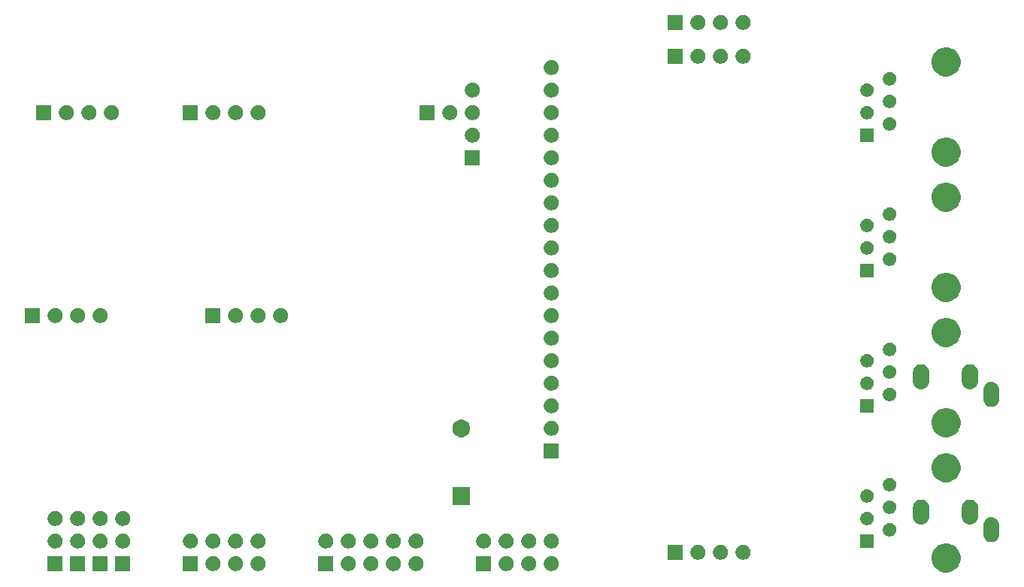
<source format=gbr>
G04 #@! TF.GenerationSoftware,KiCad,Pcbnew,5.1.5+dfsg1-2build2*
G04 #@! TF.CreationDate,2020-09-05T16:32:44+02:00*
G04 #@! TF.ProjectId,onstep-ramps-shield,6f6e7374-6570-42d7-9261-6d70732d7368,1*
G04 #@! TF.SameCoordinates,Original*
G04 #@! TF.FileFunction,Soldermask,Bot*
G04 #@! TF.FilePolarity,Negative*
%FSLAX46Y46*%
G04 Gerber Fmt 4.6, Leading zero omitted, Abs format (unit mm)*
G04 Created by KiCad (PCBNEW 5.1.5+dfsg1-2build2) date 2020-09-05 16:32:44*
%MOMM*%
%LPD*%
G04 APERTURE LIST*
%ADD10C,0.152400*%
G04 APERTURE END LIST*
D10*
G36*
X196053993Y-113377447D02*
G01*
X196053996Y-113377448D01*
X196053995Y-113377448D01*
X196349726Y-113499943D01*
X196615877Y-113677780D01*
X196842220Y-113904123D01*
X197020057Y-114170274D01*
X197039114Y-114216282D01*
X197142553Y-114466007D01*
X197205000Y-114779950D01*
X197205000Y-115100050D01*
X197142553Y-115413993D01*
X197142552Y-115413995D01*
X197020057Y-115709726D01*
X196947754Y-115817934D01*
X196844393Y-115972626D01*
X196842220Y-115975877D01*
X196615877Y-116202220D01*
X196349726Y-116380057D01*
X196253294Y-116420000D01*
X196053993Y-116502553D01*
X195740050Y-116565000D01*
X195419950Y-116565000D01*
X195106007Y-116502553D01*
X194906706Y-116420000D01*
X194810274Y-116380057D01*
X194544123Y-116202220D01*
X194317780Y-115975877D01*
X194315608Y-115972626D01*
X194212246Y-115817934D01*
X194139943Y-115709726D01*
X194017448Y-115413995D01*
X194017447Y-115413993D01*
X193955000Y-115100050D01*
X193955000Y-114779950D01*
X194017447Y-114466007D01*
X194120886Y-114216282D01*
X194139943Y-114170274D01*
X194317780Y-113904123D01*
X194544123Y-113677780D01*
X194810274Y-113499943D01*
X195106005Y-113377448D01*
X195106004Y-113377448D01*
X195106007Y-113377447D01*
X195419950Y-113315000D01*
X195740050Y-113315000D01*
X196053993Y-113377447D01*
G37*
G36*
X133597934Y-114752664D02*
G01*
X133752625Y-114816739D01*
X133752626Y-114816740D01*
X133891844Y-114909762D01*
X134010238Y-115028156D01*
X134057065Y-115098238D01*
X134103261Y-115167375D01*
X134167336Y-115322066D01*
X134200000Y-115486281D01*
X134200000Y-115653719D01*
X134167336Y-115817934D01*
X134103261Y-115972625D01*
X134101088Y-115975877D01*
X134010238Y-116111844D01*
X133891844Y-116230238D01*
X133821762Y-116277065D01*
X133752625Y-116323261D01*
X133597934Y-116387336D01*
X133433719Y-116420000D01*
X133266281Y-116420000D01*
X133102066Y-116387336D01*
X132947375Y-116323261D01*
X132878238Y-116277065D01*
X132808156Y-116230238D01*
X132689762Y-116111844D01*
X132598912Y-115975877D01*
X132596739Y-115972625D01*
X132532664Y-115817934D01*
X132500000Y-115653719D01*
X132500000Y-115486281D01*
X132532664Y-115322066D01*
X132596739Y-115167375D01*
X132642935Y-115098238D01*
X132689762Y-115028156D01*
X132808156Y-114909762D01*
X132947374Y-114816740D01*
X132947375Y-114816739D01*
X133102066Y-114752664D01*
X133266281Y-114720000D01*
X133433719Y-114720000D01*
X133597934Y-114752664D01*
G37*
G36*
X103720000Y-116420000D02*
G01*
X102020000Y-116420000D01*
X102020000Y-114720000D01*
X103720000Y-114720000D01*
X103720000Y-116420000D01*
G37*
G36*
X101180000Y-116420000D02*
G01*
X99480000Y-116420000D01*
X99480000Y-114720000D01*
X101180000Y-114720000D01*
X101180000Y-116420000D01*
G37*
G36*
X98640000Y-116420000D02*
G01*
X96940000Y-116420000D01*
X96940000Y-114720000D01*
X98640000Y-114720000D01*
X98640000Y-116420000D01*
G37*
G36*
X96100000Y-116420000D02*
G01*
X94400000Y-116420000D01*
X94400000Y-114720000D01*
X96100000Y-114720000D01*
X96100000Y-116420000D01*
G37*
G36*
X148837934Y-114752664D02*
G01*
X148992625Y-114816739D01*
X148992626Y-114816740D01*
X149131844Y-114909762D01*
X149250238Y-115028156D01*
X149297065Y-115098238D01*
X149343261Y-115167375D01*
X149407336Y-115322066D01*
X149440000Y-115486281D01*
X149440000Y-115653719D01*
X149407336Y-115817934D01*
X149343261Y-115972625D01*
X149341088Y-115975877D01*
X149250238Y-116111844D01*
X149131844Y-116230238D01*
X149061762Y-116277065D01*
X148992625Y-116323261D01*
X148837934Y-116387336D01*
X148673719Y-116420000D01*
X148506281Y-116420000D01*
X148342066Y-116387336D01*
X148187375Y-116323261D01*
X148118238Y-116277065D01*
X148048156Y-116230238D01*
X147929762Y-116111844D01*
X147838912Y-115975877D01*
X147836739Y-115972625D01*
X147772664Y-115817934D01*
X147740000Y-115653719D01*
X147740000Y-115486281D01*
X147772664Y-115322066D01*
X147836739Y-115167375D01*
X147882935Y-115098238D01*
X147929762Y-115028156D01*
X148048156Y-114909762D01*
X148187374Y-114816740D01*
X148187375Y-114816739D01*
X148342066Y-114752664D01*
X148506281Y-114720000D01*
X148673719Y-114720000D01*
X148837934Y-114752664D01*
G37*
G36*
X146297934Y-114752664D02*
G01*
X146452625Y-114816739D01*
X146452626Y-114816740D01*
X146591844Y-114909762D01*
X146710238Y-115028156D01*
X146757065Y-115098238D01*
X146803261Y-115167375D01*
X146867336Y-115322066D01*
X146900000Y-115486281D01*
X146900000Y-115653719D01*
X146867336Y-115817934D01*
X146803261Y-115972625D01*
X146801088Y-115975877D01*
X146710238Y-116111844D01*
X146591844Y-116230238D01*
X146521762Y-116277065D01*
X146452625Y-116323261D01*
X146297934Y-116387336D01*
X146133719Y-116420000D01*
X145966281Y-116420000D01*
X145802066Y-116387336D01*
X145647375Y-116323261D01*
X145578238Y-116277065D01*
X145508156Y-116230238D01*
X145389762Y-116111844D01*
X145298912Y-115975877D01*
X145296739Y-115972625D01*
X145232664Y-115817934D01*
X145200000Y-115653719D01*
X145200000Y-115486281D01*
X145232664Y-115322066D01*
X145296739Y-115167375D01*
X145342935Y-115098238D01*
X145389762Y-115028156D01*
X145508156Y-114909762D01*
X145647374Y-114816740D01*
X145647375Y-114816739D01*
X145802066Y-114752664D01*
X145966281Y-114720000D01*
X146133719Y-114720000D01*
X146297934Y-114752664D01*
G37*
G36*
X144360000Y-116420000D02*
G01*
X142660000Y-116420000D01*
X142660000Y-114720000D01*
X144360000Y-114720000D01*
X144360000Y-116420000D01*
G37*
G36*
X136137934Y-114752664D02*
G01*
X136292625Y-114816739D01*
X136292626Y-114816740D01*
X136431844Y-114909762D01*
X136550238Y-115028156D01*
X136597065Y-115098238D01*
X136643261Y-115167375D01*
X136707336Y-115322066D01*
X136740000Y-115486281D01*
X136740000Y-115653719D01*
X136707336Y-115817934D01*
X136643261Y-115972625D01*
X136641088Y-115975877D01*
X136550238Y-116111844D01*
X136431844Y-116230238D01*
X136361762Y-116277065D01*
X136292625Y-116323261D01*
X136137934Y-116387336D01*
X135973719Y-116420000D01*
X135806281Y-116420000D01*
X135642066Y-116387336D01*
X135487375Y-116323261D01*
X135418238Y-116277065D01*
X135348156Y-116230238D01*
X135229762Y-116111844D01*
X135138912Y-115975877D01*
X135136739Y-115972625D01*
X135072664Y-115817934D01*
X135040000Y-115653719D01*
X135040000Y-115486281D01*
X135072664Y-115322066D01*
X135136739Y-115167375D01*
X135182935Y-115098238D01*
X135229762Y-115028156D01*
X135348156Y-114909762D01*
X135487374Y-114816740D01*
X135487375Y-114816739D01*
X135642066Y-114752664D01*
X135806281Y-114720000D01*
X135973719Y-114720000D01*
X136137934Y-114752664D01*
G37*
G36*
X131057934Y-114752664D02*
G01*
X131212625Y-114816739D01*
X131212626Y-114816740D01*
X131351844Y-114909762D01*
X131470238Y-115028156D01*
X131517065Y-115098238D01*
X131563261Y-115167375D01*
X131627336Y-115322066D01*
X131660000Y-115486281D01*
X131660000Y-115653719D01*
X131627336Y-115817934D01*
X131563261Y-115972625D01*
X131561088Y-115975877D01*
X131470238Y-116111844D01*
X131351844Y-116230238D01*
X131281762Y-116277065D01*
X131212625Y-116323261D01*
X131057934Y-116387336D01*
X130893719Y-116420000D01*
X130726281Y-116420000D01*
X130562066Y-116387336D01*
X130407375Y-116323261D01*
X130338238Y-116277065D01*
X130268156Y-116230238D01*
X130149762Y-116111844D01*
X130058912Y-115975877D01*
X130056739Y-115972625D01*
X129992664Y-115817934D01*
X129960000Y-115653719D01*
X129960000Y-115486281D01*
X129992664Y-115322066D01*
X130056739Y-115167375D01*
X130102935Y-115098238D01*
X130149762Y-115028156D01*
X130268156Y-114909762D01*
X130407374Y-114816740D01*
X130407375Y-114816739D01*
X130562066Y-114752664D01*
X130726281Y-114720000D01*
X130893719Y-114720000D01*
X131057934Y-114752664D01*
G37*
G36*
X128517934Y-114752664D02*
G01*
X128672625Y-114816739D01*
X128672626Y-114816740D01*
X128811844Y-114909762D01*
X128930238Y-115028156D01*
X128977065Y-115098238D01*
X129023261Y-115167375D01*
X129087336Y-115322066D01*
X129120000Y-115486281D01*
X129120000Y-115653719D01*
X129087336Y-115817934D01*
X129023261Y-115972625D01*
X129021088Y-115975877D01*
X128930238Y-116111844D01*
X128811844Y-116230238D01*
X128741762Y-116277065D01*
X128672625Y-116323261D01*
X128517934Y-116387336D01*
X128353719Y-116420000D01*
X128186281Y-116420000D01*
X128022066Y-116387336D01*
X127867375Y-116323261D01*
X127798238Y-116277065D01*
X127728156Y-116230238D01*
X127609762Y-116111844D01*
X127518912Y-115975877D01*
X127516739Y-115972625D01*
X127452664Y-115817934D01*
X127420000Y-115653719D01*
X127420000Y-115486281D01*
X127452664Y-115322066D01*
X127516739Y-115167375D01*
X127562935Y-115098238D01*
X127609762Y-115028156D01*
X127728156Y-114909762D01*
X127867374Y-114816740D01*
X127867375Y-114816739D01*
X128022066Y-114752664D01*
X128186281Y-114720000D01*
X128353719Y-114720000D01*
X128517934Y-114752664D01*
G37*
G36*
X126580000Y-116420000D02*
G01*
X124880000Y-116420000D01*
X124880000Y-114720000D01*
X126580000Y-114720000D01*
X126580000Y-116420000D01*
G37*
G36*
X118357934Y-114752664D02*
G01*
X118512625Y-114816739D01*
X118512626Y-114816740D01*
X118651844Y-114909762D01*
X118770238Y-115028156D01*
X118817065Y-115098238D01*
X118863261Y-115167375D01*
X118927336Y-115322066D01*
X118960000Y-115486281D01*
X118960000Y-115653719D01*
X118927336Y-115817934D01*
X118863261Y-115972625D01*
X118861088Y-115975877D01*
X118770238Y-116111844D01*
X118651844Y-116230238D01*
X118581762Y-116277065D01*
X118512625Y-116323261D01*
X118357934Y-116387336D01*
X118193719Y-116420000D01*
X118026281Y-116420000D01*
X117862066Y-116387336D01*
X117707375Y-116323261D01*
X117638238Y-116277065D01*
X117568156Y-116230238D01*
X117449762Y-116111844D01*
X117358912Y-115975877D01*
X117356739Y-115972625D01*
X117292664Y-115817934D01*
X117260000Y-115653719D01*
X117260000Y-115486281D01*
X117292664Y-115322066D01*
X117356739Y-115167375D01*
X117402935Y-115098238D01*
X117449762Y-115028156D01*
X117568156Y-114909762D01*
X117707374Y-114816740D01*
X117707375Y-114816739D01*
X117862066Y-114752664D01*
X118026281Y-114720000D01*
X118193719Y-114720000D01*
X118357934Y-114752664D01*
G37*
G36*
X115817934Y-114752664D02*
G01*
X115972625Y-114816739D01*
X115972626Y-114816740D01*
X116111844Y-114909762D01*
X116230238Y-115028156D01*
X116277065Y-115098238D01*
X116323261Y-115167375D01*
X116387336Y-115322066D01*
X116420000Y-115486281D01*
X116420000Y-115653719D01*
X116387336Y-115817934D01*
X116323261Y-115972625D01*
X116321088Y-115975877D01*
X116230238Y-116111844D01*
X116111844Y-116230238D01*
X116041762Y-116277065D01*
X115972625Y-116323261D01*
X115817934Y-116387336D01*
X115653719Y-116420000D01*
X115486281Y-116420000D01*
X115322066Y-116387336D01*
X115167375Y-116323261D01*
X115098238Y-116277065D01*
X115028156Y-116230238D01*
X114909762Y-116111844D01*
X114818912Y-115975877D01*
X114816739Y-115972625D01*
X114752664Y-115817934D01*
X114720000Y-115653719D01*
X114720000Y-115486281D01*
X114752664Y-115322066D01*
X114816739Y-115167375D01*
X114862935Y-115098238D01*
X114909762Y-115028156D01*
X115028156Y-114909762D01*
X115167374Y-114816740D01*
X115167375Y-114816739D01*
X115322066Y-114752664D01*
X115486281Y-114720000D01*
X115653719Y-114720000D01*
X115817934Y-114752664D01*
G37*
G36*
X113277934Y-114752664D02*
G01*
X113432625Y-114816739D01*
X113432626Y-114816740D01*
X113571844Y-114909762D01*
X113690238Y-115028156D01*
X113737065Y-115098238D01*
X113783261Y-115167375D01*
X113847336Y-115322066D01*
X113880000Y-115486281D01*
X113880000Y-115653719D01*
X113847336Y-115817934D01*
X113783261Y-115972625D01*
X113781088Y-115975877D01*
X113690238Y-116111844D01*
X113571844Y-116230238D01*
X113501762Y-116277065D01*
X113432625Y-116323261D01*
X113277934Y-116387336D01*
X113113719Y-116420000D01*
X112946281Y-116420000D01*
X112782066Y-116387336D01*
X112627375Y-116323261D01*
X112558238Y-116277065D01*
X112488156Y-116230238D01*
X112369762Y-116111844D01*
X112278912Y-115975877D01*
X112276739Y-115972625D01*
X112212664Y-115817934D01*
X112180000Y-115653719D01*
X112180000Y-115486281D01*
X112212664Y-115322066D01*
X112276739Y-115167375D01*
X112322935Y-115098238D01*
X112369762Y-115028156D01*
X112488156Y-114909762D01*
X112627374Y-114816740D01*
X112627375Y-114816739D01*
X112782066Y-114752664D01*
X112946281Y-114720000D01*
X113113719Y-114720000D01*
X113277934Y-114752664D01*
G37*
G36*
X111340000Y-116420000D02*
G01*
X109640000Y-116420000D01*
X109640000Y-114720000D01*
X111340000Y-114720000D01*
X111340000Y-116420000D01*
G37*
G36*
X151377934Y-114752664D02*
G01*
X151532625Y-114816739D01*
X151532626Y-114816740D01*
X151671844Y-114909762D01*
X151790238Y-115028156D01*
X151837065Y-115098238D01*
X151883261Y-115167375D01*
X151947336Y-115322066D01*
X151980000Y-115486281D01*
X151980000Y-115653719D01*
X151947336Y-115817934D01*
X151883261Y-115972625D01*
X151881088Y-115975877D01*
X151790238Y-116111844D01*
X151671844Y-116230238D01*
X151601762Y-116277065D01*
X151532625Y-116323261D01*
X151377934Y-116387336D01*
X151213719Y-116420000D01*
X151046281Y-116420000D01*
X150882066Y-116387336D01*
X150727375Y-116323261D01*
X150658238Y-116277065D01*
X150588156Y-116230238D01*
X150469762Y-116111844D01*
X150378912Y-115975877D01*
X150376739Y-115972625D01*
X150312664Y-115817934D01*
X150280000Y-115653719D01*
X150280000Y-115486281D01*
X150312664Y-115322066D01*
X150376739Y-115167375D01*
X150422935Y-115098238D01*
X150469762Y-115028156D01*
X150588156Y-114909762D01*
X150727374Y-114816740D01*
X150727375Y-114816739D01*
X150882066Y-114752664D01*
X151046281Y-114720000D01*
X151213719Y-114720000D01*
X151377934Y-114752664D01*
G37*
G36*
X165950000Y-115150000D02*
G01*
X164250000Y-115150000D01*
X164250000Y-113450000D01*
X165950000Y-113450000D01*
X165950000Y-115150000D01*
G37*
G36*
X167887934Y-113482664D02*
G01*
X168042625Y-113546739D01*
X168042626Y-113546740D01*
X168181844Y-113639762D01*
X168300238Y-113758156D01*
X168321515Y-113790000D01*
X168393261Y-113897375D01*
X168457336Y-114052066D01*
X168490000Y-114216281D01*
X168490000Y-114383719D01*
X168457336Y-114547934D01*
X168393261Y-114702625D01*
X168393260Y-114702626D01*
X168300238Y-114841844D01*
X168181844Y-114960238D01*
X168111762Y-115007065D01*
X168042625Y-115053261D01*
X167887934Y-115117336D01*
X167723719Y-115150000D01*
X167556281Y-115150000D01*
X167392066Y-115117336D01*
X167237375Y-115053261D01*
X167168238Y-115007065D01*
X167098156Y-114960238D01*
X166979762Y-114841844D01*
X166886740Y-114702626D01*
X166886739Y-114702625D01*
X166822664Y-114547934D01*
X166790000Y-114383719D01*
X166790000Y-114216281D01*
X166822664Y-114052066D01*
X166886739Y-113897375D01*
X166958485Y-113790000D01*
X166979762Y-113758156D01*
X167098156Y-113639762D01*
X167237374Y-113546740D01*
X167237375Y-113546739D01*
X167392066Y-113482664D01*
X167556281Y-113450000D01*
X167723719Y-113450000D01*
X167887934Y-113482664D01*
G37*
G36*
X172967934Y-113482664D02*
G01*
X173122625Y-113546739D01*
X173122626Y-113546740D01*
X173261844Y-113639762D01*
X173380238Y-113758156D01*
X173401515Y-113790000D01*
X173473261Y-113897375D01*
X173537336Y-114052066D01*
X173570000Y-114216281D01*
X173570000Y-114383719D01*
X173537336Y-114547934D01*
X173473261Y-114702625D01*
X173473260Y-114702626D01*
X173380238Y-114841844D01*
X173261844Y-114960238D01*
X173191762Y-115007065D01*
X173122625Y-115053261D01*
X172967934Y-115117336D01*
X172803719Y-115150000D01*
X172636281Y-115150000D01*
X172472066Y-115117336D01*
X172317375Y-115053261D01*
X172248238Y-115007065D01*
X172178156Y-114960238D01*
X172059762Y-114841844D01*
X171966740Y-114702626D01*
X171966739Y-114702625D01*
X171902664Y-114547934D01*
X171870000Y-114383719D01*
X171870000Y-114216281D01*
X171902664Y-114052066D01*
X171966739Y-113897375D01*
X172038485Y-113790000D01*
X172059762Y-113758156D01*
X172178156Y-113639762D01*
X172317374Y-113546740D01*
X172317375Y-113546739D01*
X172472066Y-113482664D01*
X172636281Y-113450000D01*
X172803719Y-113450000D01*
X172967934Y-113482664D01*
G37*
G36*
X170427934Y-113482664D02*
G01*
X170582625Y-113546739D01*
X170582626Y-113546740D01*
X170721844Y-113639762D01*
X170840238Y-113758156D01*
X170861515Y-113790000D01*
X170933261Y-113897375D01*
X170997336Y-114052066D01*
X171030000Y-114216281D01*
X171030000Y-114383719D01*
X170997336Y-114547934D01*
X170933261Y-114702625D01*
X170933260Y-114702626D01*
X170840238Y-114841844D01*
X170721844Y-114960238D01*
X170651762Y-115007065D01*
X170582625Y-115053261D01*
X170427934Y-115117336D01*
X170263719Y-115150000D01*
X170096281Y-115150000D01*
X169932066Y-115117336D01*
X169777375Y-115053261D01*
X169708238Y-115007065D01*
X169638156Y-114960238D01*
X169519762Y-114841844D01*
X169426740Y-114702626D01*
X169426739Y-114702625D01*
X169362664Y-114547934D01*
X169330000Y-114383719D01*
X169330000Y-114216281D01*
X169362664Y-114052066D01*
X169426739Y-113897375D01*
X169498485Y-113790000D01*
X169519762Y-113758156D01*
X169638156Y-113639762D01*
X169777374Y-113546740D01*
X169777375Y-113546739D01*
X169932066Y-113482664D01*
X170096281Y-113450000D01*
X170263719Y-113450000D01*
X170427934Y-113482664D01*
G37*
G36*
X100577934Y-112212664D02*
G01*
X100732625Y-112276739D01*
X100801762Y-112322935D01*
X100871844Y-112369762D01*
X100990238Y-112488156D01*
X101011515Y-112520000D01*
X101083261Y-112627375D01*
X101147336Y-112782066D01*
X101180000Y-112946281D01*
X101180000Y-113113719D01*
X101147336Y-113277934D01*
X101083261Y-113432625D01*
X101083260Y-113432626D01*
X100990238Y-113571844D01*
X100871844Y-113690238D01*
X100801762Y-113737065D01*
X100732625Y-113783261D01*
X100577934Y-113847336D01*
X100413719Y-113880000D01*
X100246281Y-113880000D01*
X100082066Y-113847336D01*
X99927375Y-113783261D01*
X99858238Y-113737065D01*
X99788156Y-113690238D01*
X99669762Y-113571844D01*
X99576740Y-113432626D01*
X99576739Y-113432625D01*
X99512664Y-113277934D01*
X99480000Y-113113719D01*
X99480000Y-112946281D01*
X99512664Y-112782066D01*
X99576739Y-112627375D01*
X99648485Y-112520000D01*
X99669762Y-112488156D01*
X99788156Y-112369762D01*
X99858238Y-112322935D01*
X99927375Y-112276739D01*
X100082066Y-112212664D01*
X100246281Y-112180000D01*
X100413719Y-112180000D01*
X100577934Y-112212664D01*
G37*
G36*
X103117934Y-112212664D02*
G01*
X103272625Y-112276739D01*
X103341762Y-112322935D01*
X103411844Y-112369762D01*
X103530238Y-112488156D01*
X103551515Y-112520000D01*
X103623261Y-112627375D01*
X103687336Y-112782066D01*
X103720000Y-112946281D01*
X103720000Y-113113719D01*
X103687336Y-113277934D01*
X103623261Y-113432625D01*
X103623260Y-113432626D01*
X103530238Y-113571844D01*
X103411844Y-113690238D01*
X103341762Y-113737065D01*
X103272625Y-113783261D01*
X103117934Y-113847336D01*
X102953719Y-113880000D01*
X102786281Y-113880000D01*
X102622066Y-113847336D01*
X102467375Y-113783261D01*
X102398238Y-113737065D01*
X102328156Y-113690238D01*
X102209762Y-113571844D01*
X102116740Y-113432626D01*
X102116739Y-113432625D01*
X102052664Y-113277934D01*
X102020000Y-113113719D01*
X102020000Y-112946281D01*
X102052664Y-112782066D01*
X102116739Y-112627375D01*
X102188485Y-112520000D01*
X102209762Y-112488156D01*
X102328156Y-112369762D01*
X102398238Y-112322935D01*
X102467375Y-112276739D01*
X102622066Y-112212664D01*
X102786281Y-112180000D01*
X102953719Y-112180000D01*
X103117934Y-112212664D01*
G37*
G36*
X98037934Y-112212664D02*
G01*
X98192625Y-112276739D01*
X98261762Y-112322935D01*
X98331844Y-112369762D01*
X98450238Y-112488156D01*
X98471515Y-112520000D01*
X98543261Y-112627375D01*
X98607336Y-112782066D01*
X98640000Y-112946281D01*
X98640000Y-113113719D01*
X98607336Y-113277934D01*
X98543261Y-113432625D01*
X98543260Y-113432626D01*
X98450238Y-113571844D01*
X98331844Y-113690238D01*
X98261762Y-113737065D01*
X98192625Y-113783261D01*
X98037934Y-113847336D01*
X97873719Y-113880000D01*
X97706281Y-113880000D01*
X97542066Y-113847336D01*
X97387375Y-113783261D01*
X97318238Y-113737065D01*
X97248156Y-113690238D01*
X97129762Y-113571844D01*
X97036740Y-113432626D01*
X97036739Y-113432625D01*
X96972664Y-113277934D01*
X96940000Y-113113719D01*
X96940000Y-112946281D01*
X96972664Y-112782066D01*
X97036739Y-112627375D01*
X97108485Y-112520000D01*
X97129762Y-112488156D01*
X97248156Y-112369762D01*
X97318238Y-112322935D01*
X97387375Y-112276739D01*
X97542066Y-112212664D01*
X97706281Y-112180000D01*
X97873719Y-112180000D01*
X98037934Y-112212664D01*
G37*
G36*
X95497934Y-112212664D02*
G01*
X95652625Y-112276739D01*
X95721762Y-112322935D01*
X95791844Y-112369762D01*
X95910238Y-112488156D01*
X95931515Y-112520000D01*
X96003261Y-112627375D01*
X96067336Y-112782066D01*
X96100000Y-112946281D01*
X96100000Y-113113719D01*
X96067336Y-113277934D01*
X96003261Y-113432625D01*
X96003260Y-113432626D01*
X95910238Y-113571844D01*
X95791844Y-113690238D01*
X95721762Y-113737065D01*
X95652625Y-113783261D01*
X95497934Y-113847336D01*
X95333719Y-113880000D01*
X95166281Y-113880000D01*
X95002066Y-113847336D01*
X94847375Y-113783261D01*
X94778238Y-113737065D01*
X94708156Y-113690238D01*
X94589762Y-113571844D01*
X94496740Y-113432626D01*
X94496739Y-113432625D01*
X94432664Y-113277934D01*
X94400000Y-113113719D01*
X94400000Y-112946281D01*
X94432664Y-112782066D01*
X94496739Y-112627375D01*
X94568485Y-112520000D01*
X94589762Y-112488156D01*
X94708156Y-112369762D01*
X94778238Y-112322935D01*
X94847375Y-112276739D01*
X95002066Y-112212664D01*
X95166281Y-112180000D01*
X95333719Y-112180000D01*
X95497934Y-112212664D01*
G37*
G36*
X151377934Y-112212664D02*
G01*
X151532625Y-112276739D01*
X151601762Y-112322935D01*
X151671844Y-112369762D01*
X151790238Y-112488156D01*
X151811515Y-112520000D01*
X151883261Y-112627375D01*
X151947336Y-112782066D01*
X151980000Y-112946281D01*
X151980000Y-113113719D01*
X151947336Y-113277934D01*
X151883261Y-113432625D01*
X151883260Y-113432626D01*
X151790238Y-113571844D01*
X151671844Y-113690238D01*
X151601762Y-113737065D01*
X151532625Y-113783261D01*
X151377934Y-113847336D01*
X151213719Y-113880000D01*
X151046281Y-113880000D01*
X150882066Y-113847336D01*
X150727375Y-113783261D01*
X150658238Y-113737065D01*
X150588156Y-113690238D01*
X150469762Y-113571844D01*
X150376740Y-113432626D01*
X150376739Y-113432625D01*
X150312664Y-113277934D01*
X150280000Y-113113719D01*
X150280000Y-112946281D01*
X150312664Y-112782066D01*
X150376739Y-112627375D01*
X150448485Y-112520000D01*
X150469762Y-112488156D01*
X150588156Y-112369762D01*
X150658238Y-112322935D01*
X150727375Y-112276739D01*
X150882066Y-112212664D01*
X151046281Y-112180000D01*
X151213719Y-112180000D01*
X151377934Y-112212664D01*
G37*
G36*
X148837934Y-112212664D02*
G01*
X148992625Y-112276739D01*
X149061762Y-112322935D01*
X149131844Y-112369762D01*
X149250238Y-112488156D01*
X149271515Y-112520000D01*
X149343261Y-112627375D01*
X149407336Y-112782066D01*
X149440000Y-112946281D01*
X149440000Y-113113719D01*
X149407336Y-113277934D01*
X149343261Y-113432625D01*
X149343260Y-113432626D01*
X149250238Y-113571844D01*
X149131844Y-113690238D01*
X149061762Y-113737065D01*
X148992625Y-113783261D01*
X148837934Y-113847336D01*
X148673719Y-113880000D01*
X148506281Y-113880000D01*
X148342066Y-113847336D01*
X148187375Y-113783261D01*
X148118238Y-113737065D01*
X148048156Y-113690238D01*
X147929762Y-113571844D01*
X147836740Y-113432626D01*
X147836739Y-113432625D01*
X147772664Y-113277934D01*
X147740000Y-113113719D01*
X147740000Y-112946281D01*
X147772664Y-112782066D01*
X147836739Y-112627375D01*
X147908485Y-112520000D01*
X147929762Y-112488156D01*
X148048156Y-112369762D01*
X148118238Y-112322935D01*
X148187375Y-112276739D01*
X148342066Y-112212664D01*
X148506281Y-112180000D01*
X148673719Y-112180000D01*
X148837934Y-112212664D01*
G37*
G36*
X146297934Y-112212664D02*
G01*
X146452625Y-112276739D01*
X146521762Y-112322935D01*
X146591844Y-112369762D01*
X146710238Y-112488156D01*
X146731515Y-112520000D01*
X146803261Y-112627375D01*
X146867336Y-112782066D01*
X146900000Y-112946281D01*
X146900000Y-113113719D01*
X146867336Y-113277934D01*
X146803261Y-113432625D01*
X146803260Y-113432626D01*
X146710238Y-113571844D01*
X146591844Y-113690238D01*
X146521762Y-113737065D01*
X146452625Y-113783261D01*
X146297934Y-113847336D01*
X146133719Y-113880000D01*
X145966281Y-113880000D01*
X145802066Y-113847336D01*
X145647375Y-113783261D01*
X145578238Y-113737065D01*
X145508156Y-113690238D01*
X145389762Y-113571844D01*
X145296740Y-113432626D01*
X145296739Y-113432625D01*
X145232664Y-113277934D01*
X145200000Y-113113719D01*
X145200000Y-112946281D01*
X145232664Y-112782066D01*
X145296739Y-112627375D01*
X145368485Y-112520000D01*
X145389762Y-112488156D01*
X145508156Y-112369762D01*
X145578238Y-112322935D01*
X145647375Y-112276739D01*
X145802066Y-112212664D01*
X145966281Y-112180000D01*
X146133719Y-112180000D01*
X146297934Y-112212664D01*
G37*
G36*
X125977934Y-112212664D02*
G01*
X126132625Y-112276739D01*
X126201762Y-112322935D01*
X126271844Y-112369762D01*
X126390238Y-112488156D01*
X126411515Y-112520000D01*
X126483261Y-112627375D01*
X126547336Y-112782066D01*
X126580000Y-112946281D01*
X126580000Y-113113719D01*
X126547336Y-113277934D01*
X126483261Y-113432625D01*
X126483260Y-113432626D01*
X126390238Y-113571844D01*
X126271844Y-113690238D01*
X126201762Y-113737065D01*
X126132625Y-113783261D01*
X125977934Y-113847336D01*
X125813719Y-113880000D01*
X125646281Y-113880000D01*
X125482066Y-113847336D01*
X125327375Y-113783261D01*
X125258238Y-113737065D01*
X125188156Y-113690238D01*
X125069762Y-113571844D01*
X124976740Y-113432626D01*
X124976739Y-113432625D01*
X124912664Y-113277934D01*
X124880000Y-113113719D01*
X124880000Y-112946281D01*
X124912664Y-112782066D01*
X124976739Y-112627375D01*
X125048485Y-112520000D01*
X125069762Y-112488156D01*
X125188156Y-112369762D01*
X125258238Y-112322935D01*
X125327375Y-112276739D01*
X125482066Y-112212664D01*
X125646281Y-112180000D01*
X125813719Y-112180000D01*
X125977934Y-112212664D01*
G37*
G36*
X118357934Y-112212664D02*
G01*
X118512625Y-112276739D01*
X118581762Y-112322935D01*
X118651844Y-112369762D01*
X118770238Y-112488156D01*
X118791515Y-112520000D01*
X118863261Y-112627375D01*
X118927336Y-112782066D01*
X118960000Y-112946281D01*
X118960000Y-113113719D01*
X118927336Y-113277934D01*
X118863261Y-113432625D01*
X118863260Y-113432626D01*
X118770238Y-113571844D01*
X118651844Y-113690238D01*
X118581762Y-113737065D01*
X118512625Y-113783261D01*
X118357934Y-113847336D01*
X118193719Y-113880000D01*
X118026281Y-113880000D01*
X117862066Y-113847336D01*
X117707375Y-113783261D01*
X117638238Y-113737065D01*
X117568156Y-113690238D01*
X117449762Y-113571844D01*
X117356740Y-113432626D01*
X117356739Y-113432625D01*
X117292664Y-113277934D01*
X117260000Y-113113719D01*
X117260000Y-112946281D01*
X117292664Y-112782066D01*
X117356739Y-112627375D01*
X117428485Y-112520000D01*
X117449762Y-112488156D01*
X117568156Y-112369762D01*
X117638238Y-112322935D01*
X117707375Y-112276739D01*
X117862066Y-112212664D01*
X118026281Y-112180000D01*
X118193719Y-112180000D01*
X118357934Y-112212664D01*
G37*
G36*
X143757934Y-112212664D02*
G01*
X143912625Y-112276739D01*
X143981762Y-112322935D01*
X144051844Y-112369762D01*
X144170238Y-112488156D01*
X144191515Y-112520000D01*
X144263261Y-112627375D01*
X144327336Y-112782066D01*
X144360000Y-112946281D01*
X144360000Y-113113719D01*
X144327336Y-113277934D01*
X144263261Y-113432625D01*
X144263260Y-113432626D01*
X144170238Y-113571844D01*
X144051844Y-113690238D01*
X143981762Y-113737065D01*
X143912625Y-113783261D01*
X143757934Y-113847336D01*
X143593719Y-113880000D01*
X143426281Y-113880000D01*
X143262066Y-113847336D01*
X143107375Y-113783261D01*
X143038238Y-113737065D01*
X142968156Y-113690238D01*
X142849762Y-113571844D01*
X142756740Y-113432626D01*
X142756739Y-113432625D01*
X142692664Y-113277934D01*
X142660000Y-113113719D01*
X142660000Y-112946281D01*
X142692664Y-112782066D01*
X142756739Y-112627375D01*
X142828485Y-112520000D01*
X142849762Y-112488156D01*
X142968156Y-112369762D01*
X143038238Y-112322935D01*
X143107375Y-112276739D01*
X143262066Y-112212664D01*
X143426281Y-112180000D01*
X143593719Y-112180000D01*
X143757934Y-112212664D01*
G37*
G36*
X128517934Y-112212664D02*
G01*
X128672625Y-112276739D01*
X128741762Y-112322935D01*
X128811844Y-112369762D01*
X128930238Y-112488156D01*
X128951515Y-112520000D01*
X129023261Y-112627375D01*
X129087336Y-112782066D01*
X129120000Y-112946281D01*
X129120000Y-113113719D01*
X129087336Y-113277934D01*
X129023261Y-113432625D01*
X129023260Y-113432626D01*
X128930238Y-113571844D01*
X128811844Y-113690238D01*
X128741762Y-113737065D01*
X128672625Y-113783261D01*
X128517934Y-113847336D01*
X128353719Y-113880000D01*
X128186281Y-113880000D01*
X128022066Y-113847336D01*
X127867375Y-113783261D01*
X127798238Y-113737065D01*
X127728156Y-113690238D01*
X127609762Y-113571844D01*
X127516740Y-113432626D01*
X127516739Y-113432625D01*
X127452664Y-113277934D01*
X127420000Y-113113719D01*
X127420000Y-112946281D01*
X127452664Y-112782066D01*
X127516739Y-112627375D01*
X127588485Y-112520000D01*
X127609762Y-112488156D01*
X127728156Y-112369762D01*
X127798238Y-112322935D01*
X127867375Y-112276739D01*
X128022066Y-112212664D01*
X128186281Y-112180000D01*
X128353719Y-112180000D01*
X128517934Y-112212664D01*
G37*
G36*
X131057934Y-112212664D02*
G01*
X131212625Y-112276739D01*
X131281762Y-112322935D01*
X131351844Y-112369762D01*
X131470238Y-112488156D01*
X131491515Y-112520000D01*
X131563261Y-112627375D01*
X131627336Y-112782066D01*
X131660000Y-112946281D01*
X131660000Y-113113719D01*
X131627336Y-113277934D01*
X131563261Y-113432625D01*
X131563260Y-113432626D01*
X131470238Y-113571844D01*
X131351844Y-113690238D01*
X131281762Y-113737065D01*
X131212625Y-113783261D01*
X131057934Y-113847336D01*
X130893719Y-113880000D01*
X130726281Y-113880000D01*
X130562066Y-113847336D01*
X130407375Y-113783261D01*
X130338238Y-113737065D01*
X130268156Y-113690238D01*
X130149762Y-113571844D01*
X130056740Y-113432626D01*
X130056739Y-113432625D01*
X129992664Y-113277934D01*
X129960000Y-113113719D01*
X129960000Y-112946281D01*
X129992664Y-112782066D01*
X130056739Y-112627375D01*
X130128485Y-112520000D01*
X130149762Y-112488156D01*
X130268156Y-112369762D01*
X130338238Y-112322935D01*
X130407375Y-112276739D01*
X130562066Y-112212664D01*
X130726281Y-112180000D01*
X130893719Y-112180000D01*
X131057934Y-112212664D01*
G37*
G36*
X110737934Y-112212664D02*
G01*
X110892625Y-112276739D01*
X110961762Y-112322935D01*
X111031844Y-112369762D01*
X111150238Y-112488156D01*
X111171515Y-112520000D01*
X111243261Y-112627375D01*
X111307336Y-112782066D01*
X111340000Y-112946281D01*
X111340000Y-113113719D01*
X111307336Y-113277934D01*
X111243261Y-113432625D01*
X111243260Y-113432626D01*
X111150238Y-113571844D01*
X111031844Y-113690238D01*
X110961762Y-113737065D01*
X110892625Y-113783261D01*
X110737934Y-113847336D01*
X110573719Y-113880000D01*
X110406281Y-113880000D01*
X110242066Y-113847336D01*
X110087375Y-113783261D01*
X110018238Y-113737065D01*
X109948156Y-113690238D01*
X109829762Y-113571844D01*
X109736740Y-113432626D01*
X109736739Y-113432625D01*
X109672664Y-113277934D01*
X109640000Y-113113719D01*
X109640000Y-112946281D01*
X109672664Y-112782066D01*
X109736739Y-112627375D01*
X109808485Y-112520000D01*
X109829762Y-112488156D01*
X109948156Y-112369762D01*
X110018238Y-112322935D01*
X110087375Y-112276739D01*
X110242066Y-112212664D01*
X110406281Y-112180000D01*
X110573719Y-112180000D01*
X110737934Y-112212664D01*
G37*
G36*
X113277934Y-112212664D02*
G01*
X113432625Y-112276739D01*
X113501762Y-112322935D01*
X113571844Y-112369762D01*
X113690238Y-112488156D01*
X113711515Y-112520000D01*
X113783261Y-112627375D01*
X113847336Y-112782066D01*
X113880000Y-112946281D01*
X113880000Y-113113719D01*
X113847336Y-113277934D01*
X113783261Y-113432625D01*
X113783260Y-113432626D01*
X113690238Y-113571844D01*
X113571844Y-113690238D01*
X113501762Y-113737065D01*
X113432625Y-113783261D01*
X113277934Y-113847336D01*
X113113719Y-113880000D01*
X112946281Y-113880000D01*
X112782066Y-113847336D01*
X112627375Y-113783261D01*
X112558238Y-113737065D01*
X112488156Y-113690238D01*
X112369762Y-113571844D01*
X112276740Y-113432626D01*
X112276739Y-113432625D01*
X112212664Y-113277934D01*
X112180000Y-113113719D01*
X112180000Y-112946281D01*
X112212664Y-112782066D01*
X112276739Y-112627375D01*
X112348485Y-112520000D01*
X112369762Y-112488156D01*
X112488156Y-112369762D01*
X112558238Y-112322935D01*
X112627375Y-112276739D01*
X112782066Y-112212664D01*
X112946281Y-112180000D01*
X113113719Y-112180000D01*
X113277934Y-112212664D01*
G37*
G36*
X133597934Y-112212664D02*
G01*
X133752625Y-112276739D01*
X133821762Y-112322935D01*
X133891844Y-112369762D01*
X134010238Y-112488156D01*
X134031515Y-112520000D01*
X134103261Y-112627375D01*
X134167336Y-112782066D01*
X134200000Y-112946281D01*
X134200000Y-113113719D01*
X134167336Y-113277934D01*
X134103261Y-113432625D01*
X134103260Y-113432626D01*
X134010238Y-113571844D01*
X133891844Y-113690238D01*
X133821762Y-113737065D01*
X133752625Y-113783261D01*
X133597934Y-113847336D01*
X133433719Y-113880000D01*
X133266281Y-113880000D01*
X133102066Y-113847336D01*
X132947375Y-113783261D01*
X132878238Y-113737065D01*
X132808156Y-113690238D01*
X132689762Y-113571844D01*
X132596740Y-113432626D01*
X132596739Y-113432625D01*
X132532664Y-113277934D01*
X132500000Y-113113719D01*
X132500000Y-112946281D01*
X132532664Y-112782066D01*
X132596739Y-112627375D01*
X132668485Y-112520000D01*
X132689762Y-112488156D01*
X132808156Y-112369762D01*
X132878238Y-112322935D01*
X132947375Y-112276739D01*
X133102066Y-112212664D01*
X133266281Y-112180000D01*
X133433719Y-112180000D01*
X133597934Y-112212664D01*
G37*
G36*
X115817934Y-112212664D02*
G01*
X115972625Y-112276739D01*
X116041762Y-112322935D01*
X116111844Y-112369762D01*
X116230238Y-112488156D01*
X116251515Y-112520000D01*
X116323261Y-112627375D01*
X116387336Y-112782066D01*
X116420000Y-112946281D01*
X116420000Y-113113719D01*
X116387336Y-113277934D01*
X116323261Y-113432625D01*
X116323260Y-113432626D01*
X116230238Y-113571844D01*
X116111844Y-113690238D01*
X116041762Y-113737065D01*
X115972625Y-113783261D01*
X115817934Y-113847336D01*
X115653719Y-113880000D01*
X115486281Y-113880000D01*
X115322066Y-113847336D01*
X115167375Y-113783261D01*
X115098238Y-113737065D01*
X115028156Y-113690238D01*
X114909762Y-113571844D01*
X114816740Y-113432626D01*
X114816739Y-113432625D01*
X114752664Y-113277934D01*
X114720000Y-113113719D01*
X114720000Y-112946281D01*
X114752664Y-112782066D01*
X114816739Y-112627375D01*
X114888485Y-112520000D01*
X114909762Y-112488156D01*
X115028156Y-112369762D01*
X115098238Y-112322935D01*
X115167375Y-112276739D01*
X115322066Y-112212664D01*
X115486281Y-112180000D01*
X115653719Y-112180000D01*
X115817934Y-112212664D01*
G37*
G36*
X136137934Y-112212664D02*
G01*
X136292625Y-112276739D01*
X136361762Y-112322935D01*
X136431844Y-112369762D01*
X136550238Y-112488156D01*
X136571515Y-112520000D01*
X136643261Y-112627375D01*
X136707336Y-112782066D01*
X136740000Y-112946281D01*
X136740000Y-113113719D01*
X136707336Y-113277934D01*
X136643261Y-113432625D01*
X136643260Y-113432626D01*
X136550238Y-113571844D01*
X136431844Y-113690238D01*
X136361762Y-113737065D01*
X136292625Y-113783261D01*
X136137934Y-113847336D01*
X135973719Y-113880000D01*
X135806281Y-113880000D01*
X135642066Y-113847336D01*
X135487375Y-113783261D01*
X135418238Y-113737065D01*
X135348156Y-113690238D01*
X135229762Y-113571844D01*
X135136740Y-113432626D01*
X135136739Y-113432625D01*
X135072664Y-113277934D01*
X135040000Y-113113719D01*
X135040000Y-112946281D01*
X135072664Y-112782066D01*
X135136739Y-112627375D01*
X135208485Y-112520000D01*
X135229762Y-112488156D01*
X135348156Y-112369762D01*
X135418238Y-112322935D01*
X135487375Y-112276739D01*
X135642066Y-112212664D01*
X135806281Y-112180000D01*
X135973719Y-112180000D01*
X136137934Y-112212664D01*
G37*
G36*
X187450000Y-113790000D02*
G01*
X185930000Y-113790000D01*
X185930000Y-112270000D01*
X187450000Y-112270000D01*
X187450000Y-113790000D01*
G37*
G36*
X200836429Y-110373022D02*
G01*
X201006082Y-110424486D01*
X201162431Y-110508055D01*
X201299475Y-110620525D01*
X201411945Y-110757569D01*
X201495514Y-110913917D01*
X201546978Y-111083570D01*
X201560000Y-111215789D01*
X201560000Y-112304211D01*
X201546978Y-112436430D01*
X201495514Y-112606083D01*
X201411945Y-112762431D01*
X201299475Y-112899475D01*
X201162431Y-113011945D01*
X201006083Y-113095514D01*
X200836430Y-113146978D01*
X200660000Y-113164354D01*
X200483571Y-113146978D01*
X200313918Y-113095514D01*
X200157570Y-113011945D01*
X200020526Y-112899475D01*
X199908056Y-112762431D01*
X199824487Y-112606083D01*
X199773023Y-112436430D01*
X199760001Y-112304211D01*
X199760000Y-111215790D01*
X199773022Y-111083571D01*
X199824486Y-110913918D01*
X199908055Y-110757569D01*
X200020525Y-110620525D01*
X200157569Y-110508055D01*
X200313917Y-110424486D01*
X200483570Y-110373022D01*
X200660000Y-110355646D01*
X200836429Y-110373022D01*
G37*
G36*
X189451682Y-111029206D02*
G01*
X189582929Y-111083570D01*
X189589995Y-111086497D01*
X189714472Y-111169670D01*
X189820330Y-111275528D01*
X189841583Y-111307336D01*
X189903504Y-111400007D01*
X189960794Y-111538318D01*
X189990000Y-111685145D01*
X189990000Y-111834855D01*
X189960794Y-111981682D01*
X189960793Y-111981684D01*
X189903503Y-112119995D01*
X189820330Y-112244472D01*
X189714472Y-112350330D01*
X189589995Y-112433503D01*
X189589994Y-112433504D01*
X189589993Y-112433504D01*
X189451682Y-112490794D01*
X189304855Y-112520000D01*
X189155145Y-112520000D01*
X189008318Y-112490794D01*
X188870007Y-112433504D01*
X188870006Y-112433504D01*
X188870005Y-112433503D01*
X188745528Y-112350330D01*
X188639670Y-112244472D01*
X188556497Y-112119995D01*
X188499207Y-111981684D01*
X188499206Y-111981682D01*
X188470000Y-111834855D01*
X188470000Y-111685145D01*
X188499206Y-111538318D01*
X188556496Y-111400007D01*
X188618417Y-111307336D01*
X188639670Y-111275528D01*
X188745528Y-111169670D01*
X188870005Y-111086497D01*
X188877071Y-111083570D01*
X189008318Y-111029206D01*
X189155145Y-111000000D01*
X189304855Y-111000000D01*
X189451682Y-111029206D01*
G37*
G36*
X98037934Y-109672664D02*
G01*
X98192625Y-109736739D01*
X98261762Y-109782935D01*
X98331844Y-109829762D01*
X98450238Y-109948156D01*
X98488574Y-110005530D01*
X98543261Y-110087375D01*
X98607336Y-110242066D01*
X98640000Y-110406281D01*
X98640000Y-110573719D01*
X98607336Y-110737934D01*
X98543261Y-110892625D01*
X98543260Y-110892626D01*
X98450238Y-111031844D01*
X98331844Y-111150238D01*
X98302763Y-111169669D01*
X98192625Y-111243261D01*
X98037934Y-111307336D01*
X97873719Y-111340000D01*
X97706281Y-111340000D01*
X97542066Y-111307336D01*
X97387375Y-111243261D01*
X97277237Y-111169669D01*
X97248156Y-111150238D01*
X97129762Y-111031844D01*
X97036740Y-110892626D01*
X97036739Y-110892625D01*
X96972664Y-110737934D01*
X96940000Y-110573719D01*
X96940000Y-110406281D01*
X96972664Y-110242066D01*
X97036739Y-110087375D01*
X97091426Y-110005530D01*
X97129762Y-109948156D01*
X97248156Y-109829762D01*
X97318238Y-109782935D01*
X97387375Y-109736739D01*
X97542066Y-109672664D01*
X97706281Y-109640000D01*
X97873719Y-109640000D01*
X98037934Y-109672664D01*
G37*
G36*
X95497934Y-109672664D02*
G01*
X95652625Y-109736739D01*
X95721762Y-109782935D01*
X95791844Y-109829762D01*
X95910238Y-109948156D01*
X95948574Y-110005530D01*
X96003261Y-110087375D01*
X96067336Y-110242066D01*
X96100000Y-110406281D01*
X96100000Y-110573719D01*
X96067336Y-110737934D01*
X96003261Y-110892625D01*
X96003260Y-110892626D01*
X95910238Y-111031844D01*
X95791844Y-111150238D01*
X95762763Y-111169669D01*
X95652625Y-111243261D01*
X95497934Y-111307336D01*
X95333719Y-111340000D01*
X95166281Y-111340000D01*
X95002066Y-111307336D01*
X94847375Y-111243261D01*
X94737237Y-111169669D01*
X94708156Y-111150238D01*
X94589762Y-111031844D01*
X94496740Y-110892626D01*
X94496739Y-110892625D01*
X94432664Y-110737934D01*
X94400000Y-110573719D01*
X94400000Y-110406281D01*
X94432664Y-110242066D01*
X94496739Y-110087375D01*
X94551426Y-110005530D01*
X94589762Y-109948156D01*
X94708156Y-109829762D01*
X94778238Y-109782935D01*
X94847375Y-109736739D01*
X95002066Y-109672664D01*
X95166281Y-109640000D01*
X95333719Y-109640000D01*
X95497934Y-109672664D01*
G37*
G36*
X103117934Y-109672664D02*
G01*
X103272625Y-109736739D01*
X103341762Y-109782935D01*
X103411844Y-109829762D01*
X103530238Y-109948156D01*
X103568574Y-110005530D01*
X103623261Y-110087375D01*
X103687336Y-110242066D01*
X103720000Y-110406281D01*
X103720000Y-110573719D01*
X103687336Y-110737934D01*
X103623261Y-110892625D01*
X103623260Y-110892626D01*
X103530238Y-111031844D01*
X103411844Y-111150238D01*
X103382763Y-111169669D01*
X103272625Y-111243261D01*
X103117934Y-111307336D01*
X102953719Y-111340000D01*
X102786281Y-111340000D01*
X102622066Y-111307336D01*
X102467375Y-111243261D01*
X102357237Y-111169669D01*
X102328156Y-111150238D01*
X102209762Y-111031844D01*
X102116740Y-110892626D01*
X102116739Y-110892625D01*
X102052664Y-110737934D01*
X102020000Y-110573719D01*
X102020000Y-110406281D01*
X102052664Y-110242066D01*
X102116739Y-110087375D01*
X102171426Y-110005530D01*
X102209762Y-109948156D01*
X102328156Y-109829762D01*
X102398238Y-109782935D01*
X102467375Y-109736739D01*
X102622066Y-109672664D01*
X102786281Y-109640000D01*
X102953719Y-109640000D01*
X103117934Y-109672664D01*
G37*
G36*
X100577934Y-109672664D02*
G01*
X100732625Y-109736739D01*
X100801762Y-109782935D01*
X100871844Y-109829762D01*
X100990238Y-109948156D01*
X101028574Y-110005530D01*
X101083261Y-110087375D01*
X101147336Y-110242066D01*
X101180000Y-110406281D01*
X101180000Y-110573719D01*
X101147336Y-110737934D01*
X101083261Y-110892625D01*
X101083260Y-110892626D01*
X100990238Y-111031844D01*
X100871844Y-111150238D01*
X100842763Y-111169669D01*
X100732625Y-111243261D01*
X100577934Y-111307336D01*
X100413719Y-111340000D01*
X100246281Y-111340000D01*
X100082066Y-111307336D01*
X99927375Y-111243261D01*
X99817237Y-111169669D01*
X99788156Y-111150238D01*
X99669762Y-111031844D01*
X99576740Y-110892626D01*
X99576739Y-110892625D01*
X99512664Y-110737934D01*
X99480000Y-110573719D01*
X99480000Y-110406281D01*
X99512664Y-110242066D01*
X99576739Y-110087375D01*
X99631426Y-110005530D01*
X99669762Y-109948156D01*
X99788156Y-109829762D01*
X99858238Y-109782935D01*
X99927375Y-109736739D01*
X100082066Y-109672664D01*
X100246281Y-109640000D01*
X100413719Y-109640000D01*
X100577934Y-109672664D01*
G37*
G36*
X186911682Y-109759206D02*
G01*
X187035109Y-109810331D01*
X187049995Y-109816497D01*
X187174472Y-109899670D01*
X187280330Y-110005528D01*
X187363503Y-110130005D01*
X187363504Y-110130007D01*
X187420794Y-110268318D01*
X187450000Y-110415145D01*
X187450000Y-110564855D01*
X187420794Y-110711682D01*
X187420793Y-110711684D01*
X187363503Y-110849995D01*
X187280330Y-110974472D01*
X187174472Y-111080330D01*
X187049995Y-111163503D01*
X187049994Y-111163504D01*
X187049993Y-111163504D01*
X186911682Y-111220794D01*
X186764855Y-111250000D01*
X186615145Y-111250000D01*
X186468318Y-111220794D01*
X186330007Y-111163504D01*
X186330006Y-111163504D01*
X186330005Y-111163503D01*
X186205528Y-111080330D01*
X186099670Y-110974472D01*
X186016497Y-110849995D01*
X185959207Y-110711684D01*
X185959206Y-110711682D01*
X185930000Y-110564855D01*
X185930000Y-110415145D01*
X185959206Y-110268318D01*
X186016496Y-110130007D01*
X186016497Y-110130005D01*
X186099670Y-110005528D01*
X186205528Y-109899670D01*
X186330005Y-109816497D01*
X186344891Y-109810331D01*
X186468318Y-109759206D01*
X186615145Y-109730000D01*
X186764855Y-109730000D01*
X186911682Y-109759206D01*
G37*
G36*
X198436429Y-108373022D02*
G01*
X198606082Y-108424486D01*
X198762431Y-108508055D01*
X198899475Y-108620525D01*
X199011945Y-108757569D01*
X199095514Y-108913917D01*
X199146978Y-109083570D01*
X199160000Y-109215789D01*
X199160000Y-110304211D01*
X199146978Y-110436430D01*
X199095514Y-110606083D01*
X199011945Y-110762431D01*
X198899475Y-110899475D01*
X198762431Y-111011945D01*
X198606083Y-111095514D01*
X198436430Y-111146978D01*
X198260000Y-111164354D01*
X198083571Y-111146978D01*
X197913918Y-111095514D01*
X197757570Y-111011945D01*
X197620526Y-110899475D01*
X197508056Y-110762431D01*
X197424487Y-110606083D01*
X197373023Y-110436430D01*
X197360001Y-110304211D01*
X197360000Y-109215790D01*
X197373022Y-109083571D01*
X197424486Y-108913918D01*
X197508055Y-108757569D01*
X197620525Y-108620525D01*
X197757569Y-108508055D01*
X197913917Y-108424486D01*
X198083570Y-108373022D01*
X198260000Y-108355646D01*
X198436429Y-108373022D01*
G37*
G36*
X192936429Y-108373022D02*
G01*
X193106082Y-108424486D01*
X193262431Y-108508055D01*
X193399475Y-108620525D01*
X193511945Y-108757569D01*
X193595514Y-108913917D01*
X193646978Y-109083570D01*
X193660000Y-109215789D01*
X193660000Y-110304211D01*
X193646978Y-110436430D01*
X193595514Y-110606083D01*
X193511945Y-110762431D01*
X193399475Y-110899475D01*
X193262431Y-111011945D01*
X193106083Y-111095514D01*
X192936430Y-111146978D01*
X192760000Y-111164354D01*
X192583571Y-111146978D01*
X192413918Y-111095514D01*
X192257570Y-111011945D01*
X192120526Y-110899475D01*
X192008056Y-110762431D01*
X191924487Y-110606083D01*
X191873023Y-110436430D01*
X191860001Y-110304211D01*
X191860000Y-109215790D01*
X191873022Y-109083571D01*
X191924486Y-108913918D01*
X192008055Y-108757569D01*
X192120525Y-108620525D01*
X192257569Y-108508055D01*
X192413917Y-108424486D01*
X192583570Y-108373022D01*
X192760000Y-108355646D01*
X192936429Y-108373022D01*
G37*
G36*
X189451682Y-108489206D02*
G01*
X189575109Y-108540331D01*
X189589995Y-108546497D01*
X189714472Y-108629670D01*
X189820330Y-108735528D01*
X189835057Y-108757569D01*
X189903504Y-108860007D01*
X189960794Y-108998318D01*
X189990000Y-109145145D01*
X189990000Y-109294855D01*
X189960794Y-109441682D01*
X189960793Y-109441684D01*
X189903503Y-109579995D01*
X189820330Y-109704472D01*
X189714472Y-109810330D01*
X189589995Y-109893503D01*
X189589994Y-109893504D01*
X189589993Y-109893504D01*
X189451682Y-109950794D01*
X189304855Y-109980000D01*
X189155145Y-109980000D01*
X189008318Y-109950794D01*
X188870007Y-109893504D01*
X188870006Y-109893504D01*
X188870005Y-109893503D01*
X188745528Y-109810330D01*
X188639670Y-109704472D01*
X188556497Y-109579995D01*
X188499207Y-109441684D01*
X188499206Y-109441682D01*
X188470000Y-109294855D01*
X188470000Y-109145145D01*
X188499206Y-108998318D01*
X188556496Y-108860007D01*
X188624943Y-108757569D01*
X188639670Y-108735528D01*
X188745528Y-108629670D01*
X188870005Y-108546497D01*
X188884891Y-108540331D01*
X189008318Y-108489206D01*
X189155145Y-108460000D01*
X189304855Y-108460000D01*
X189451682Y-108489206D01*
G37*
G36*
X141970000Y-108950000D02*
G01*
X139970000Y-108950000D01*
X139970000Y-106950000D01*
X141970000Y-106950000D01*
X141970000Y-108950000D01*
G37*
G36*
X186911682Y-107219206D02*
G01*
X187035109Y-107270331D01*
X187049995Y-107276497D01*
X187174472Y-107359670D01*
X187280330Y-107465528D01*
X187280331Y-107465530D01*
X187363504Y-107590007D01*
X187420794Y-107728318D01*
X187450000Y-107875145D01*
X187450000Y-108024855D01*
X187420794Y-108171682D01*
X187420793Y-108171684D01*
X187363503Y-108309995D01*
X187280330Y-108434472D01*
X187174472Y-108540330D01*
X187049995Y-108623503D01*
X187049994Y-108623504D01*
X187049993Y-108623504D01*
X186911682Y-108680794D01*
X186764855Y-108710000D01*
X186615145Y-108710000D01*
X186468318Y-108680794D01*
X186330007Y-108623504D01*
X186330006Y-108623504D01*
X186330005Y-108623503D01*
X186205528Y-108540330D01*
X186099670Y-108434472D01*
X186016497Y-108309995D01*
X185959207Y-108171684D01*
X185959206Y-108171682D01*
X185930000Y-108024855D01*
X185930000Y-107875145D01*
X185959206Y-107728318D01*
X186016496Y-107590007D01*
X186099669Y-107465530D01*
X186099670Y-107465528D01*
X186205528Y-107359670D01*
X186330005Y-107276497D01*
X186344891Y-107270331D01*
X186468318Y-107219206D01*
X186615145Y-107190000D01*
X186764855Y-107190000D01*
X186911682Y-107219206D01*
G37*
G36*
X189451682Y-105949206D02*
G01*
X189451685Y-105949207D01*
X189451684Y-105949207D01*
X189589995Y-106006497D01*
X189714472Y-106089670D01*
X189820330Y-106195528D01*
X189903503Y-106320005D01*
X189903504Y-106320007D01*
X189960794Y-106458318D01*
X189990000Y-106605145D01*
X189990000Y-106754855D01*
X189960794Y-106901682D01*
X189960793Y-106901684D01*
X189903503Y-107039995D01*
X189820330Y-107164472D01*
X189714472Y-107270330D01*
X189589995Y-107353503D01*
X189589994Y-107353504D01*
X189589993Y-107353504D01*
X189451682Y-107410794D01*
X189304855Y-107440000D01*
X189155145Y-107440000D01*
X189008318Y-107410794D01*
X188870007Y-107353504D01*
X188870006Y-107353504D01*
X188870005Y-107353503D01*
X188745528Y-107270330D01*
X188639670Y-107164472D01*
X188556497Y-107039995D01*
X188499207Y-106901684D01*
X188499206Y-106901682D01*
X188470000Y-106754855D01*
X188470000Y-106605145D01*
X188499206Y-106458318D01*
X188556496Y-106320007D01*
X188556497Y-106320005D01*
X188639670Y-106195528D01*
X188745528Y-106089670D01*
X188870005Y-106006497D01*
X189008316Y-105949207D01*
X189008315Y-105949207D01*
X189008318Y-105949206D01*
X189155145Y-105920000D01*
X189304855Y-105920000D01*
X189451682Y-105949206D01*
G37*
G36*
X196053993Y-103217447D02*
G01*
X196053996Y-103217448D01*
X196053995Y-103217448D01*
X196349726Y-103339943D01*
X196615877Y-103517780D01*
X196842220Y-103744123D01*
X197020057Y-104010274D01*
X197020057Y-104010275D01*
X197142553Y-104306007D01*
X197205000Y-104619950D01*
X197205000Y-104940050D01*
X197142553Y-105253993D01*
X197142552Y-105253995D01*
X197020057Y-105549726D01*
X196842220Y-105815877D01*
X196615877Y-106042220D01*
X196349726Y-106220057D01*
X196140613Y-106306674D01*
X196053993Y-106342553D01*
X195740050Y-106405000D01*
X195419950Y-106405000D01*
X195106007Y-106342553D01*
X195019387Y-106306674D01*
X194810274Y-106220057D01*
X194544123Y-106042220D01*
X194317780Y-105815877D01*
X194139943Y-105549726D01*
X194017448Y-105253995D01*
X194017447Y-105253993D01*
X193955000Y-104940050D01*
X193955000Y-104619950D01*
X194017447Y-104306007D01*
X194139943Y-104010275D01*
X194139943Y-104010274D01*
X194317780Y-103744123D01*
X194544123Y-103517780D01*
X194810274Y-103339943D01*
X195106005Y-103217448D01*
X195106004Y-103217448D01*
X195106007Y-103217447D01*
X195419950Y-103155000D01*
X195740050Y-103155000D01*
X196053993Y-103217447D01*
G37*
G36*
X151980000Y-103720000D02*
G01*
X150280000Y-103720000D01*
X150280000Y-102020000D01*
X151980000Y-102020000D01*
X151980000Y-103720000D01*
G37*
G36*
X141165090Y-99369215D02*
G01*
X141261689Y-99388429D01*
X141443678Y-99463811D01*
X141607463Y-99573249D01*
X141746751Y-99712537D01*
X141856189Y-99876322D01*
X141931571Y-100058311D01*
X141936296Y-100082066D01*
X141970000Y-100251507D01*
X141970000Y-100448493D01*
X141965776Y-100469726D01*
X141931571Y-100641689D01*
X141856189Y-100823678D01*
X141746751Y-100987463D01*
X141607463Y-101126751D01*
X141443678Y-101236189D01*
X141261689Y-101311571D01*
X141165090Y-101330785D01*
X141068493Y-101350000D01*
X140871507Y-101350000D01*
X140774910Y-101330785D01*
X140678311Y-101311571D01*
X140496322Y-101236189D01*
X140332537Y-101126751D01*
X140193249Y-100987463D01*
X140083811Y-100823678D01*
X140008429Y-100641689D01*
X139974224Y-100469726D01*
X139970000Y-100448493D01*
X139970000Y-100251507D01*
X140003704Y-100082066D01*
X140008429Y-100058311D01*
X140083811Y-99876322D01*
X140193249Y-99712537D01*
X140332537Y-99573249D01*
X140496322Y-99463811D01*
X140678311Y-99388429D01*
X140774910Y-99369215D01*
X140871507Y-99350000D01*
X141068493Y-99350000D01*
X141165090Y-99369215D01*
G37*
G36*
X196053993Y-98137447D02*
G01*
X196053996Y-98137448D01*
X196053995Y-98137448D01*
X196349726Y-98259943D01*
X196615877Y-98437780D01*
X196842220Y-98664123D01*
X197020057Y-98930274D01*
X197020057Y-98930275D01*
X197142553Y-99226007D01*
X197205000Y-99539950D01*
X197205000Y-99860050D01*
X197142553Y-100173993D01*
X197142552Y-100173995D01*
X197020057Y-100469726D01*
X196947754Y-100577934D01*
X196842221Y-100735876D01*
X196615876Y-100962221D01*
X196573945Y-100990238D01*
X196349726Y-101140057D01*
X196253294Y-101180000D01*
X196053993Y-101262553D01*
X195740050Y-101325000D01*
X195419950Y-101325000D01*
X195106007Y-101262553D01*
X194906706Y-101180000D01*
X194810274Y-101140057D01*
X194586055Y-100990238D01*
X194544124Y-100962221D01*
X194317779Y-100735876D01*
X194212246Y-100577934D01*
X194139943Y-100469726D01*
X194017448Y-100173995D01*
X194017447Y-100173993D01*
X193955000Y-99860050D01*
X193955000Y-99539950D01*
X194017447Y-99226007D01*
X194139943Y-98930275D01*
X194139943Y-98930274D01*
X194317780Y-98664123D01*
X194544123Y-98437780D01*
X194810274Y-98259943D01*
X195106005Y-98137448D01*
X195106004Y-98137448D01*
X195106007Y-98137447D01*
X195419950Y-98075000D01*
X195740050Y-98075000D01*
X196053993Y-98137447D01*
G37*
G36*
X151377934Y-99512664D02*
G01*
X151532625Y-99576739D01*
X151532626Y-99576740D01*
X151671844Y-99669762D01*
X151790238Y-99788156D01*
X151790239Y-99788158D01*
X151883261Y-99927375D01*
X151947336Y-100082066D01*
X151980000Y-100246281D01*
X151980000Y-100413719D01*
X151947336Y-100577934D01*
X151883261Y-100732625D01*
X151881088Y-100735877D01*
X151790238Y-100871844D01*
X151671844Y-100990238D01*
X151601762Y-101037065D01*
X151532625Y-101083261D01*
X151377934Y-101147336D01*
X151213719Y-101180000D01*
X151046281Y-101180000D01*
X150882066Y-101147336D01*
X150727375Y-101083261D01*
X150658238Y-101037065D01*
X150588156Y-100990238D01*
X150469762Y-100871844D01*
X150378912Y-100735877D01*
X150376739Y-100732625D01*
X150312664Y-100577934D01*
X150280000Y-100413719D01*
X150280000Y-100246281D01*
X150312664Y-100082066D01*
X150376739Y-99927375D01*
X150469761Y-99788158D01*
X150469762Y-99788156D01*
X150588156Y-99669762D01*
X150727374Y-99576740D01*
X150727375Y-99576739D01*
X150882066Y-99512664D01*
X151046281Y-99480000D01*
X151213719Y-99480000D01*
X151377934Y-99512664D01*
G37*
G36*
X151377934Y-96972664D02*
G01*
X151532625Y-97036739D01*
X151601762Y-97082935D01*
X151671844Y-97129762D01*
X151790238Y-97248156D01*
X151811515Y-97280000D01*
X151883261Y-97387375D01*
X151947336Y-97542066D01*
X151980000Y-97706281D01*
X151980000Y-97873719D01*
X151947336Y-98037934D01*
X151883261Y-98192625D01*
X151883260Y-98192626D01*
X151790238Y-98331844D01*
X151671844Y-98450238D01*
X151601762Y-98497065D01*
X151532625Y-98543261D01*
X151377934Y-98607336D01*
X151213719Y-98640000D01*
X151046281Y-98640000D01*
X150882066Y-98607336D01*
X150727375Y-98543261D01*
X150658238Y-98497065D01*
X150588156Y-98450238D01*
X150469762Y-98331844D01*
X150376740Y-98192626D01*
X150376739Y-98192625D01*
X150312664Y-98037934D01*
X150280000Y-97873719D01*
X150280000Y-97706281D01*
X150312664Y-97542066D01*
X150376739Y-97387375D01*
X150448485Y-97280000D01*
X150469762Y-97248156D01*
X150588156Y-97129762D01*
X150658238Y-97082935D01*
X150727375Y-97036739D01*
X150882066Y-96972664D01*
X151046281Y-96940000D01*
X151213719Y-96940000D01*
X151377934Y-96972664D01*
G37*
G36*
X187450000Y-98550000D02*
G01*
X185930000Y-98550000D01*
X185930000Y-97030000D01*
X187450000Y-97030000D01*
X187450000Y-98550000D01*
G37*
G36*
X200836429Y-95133022D02*
G01*
X201006082Y-95184486D01*
X201162431Y-95268055D01*
X201299475Y-95380525D01*
X201411945Y-95517569D01*
X201495514Y-95673917D01*
X201546978Y-95843570D01*
X201560000Y-95975789D01*
X201560000Y-97064211D01*
X201546978Y-97196430D01*
X201495514Y-97366083D01*
X201411945Y-97522431D01*
X201299475Y-97659475D01*
X201162431Y-97771945D01*
X201006083Y-97855514D01*
X200836430Y-97906978D01*
X200660000Y-97924354D01*
X200483571Y-97906978D01*
X200313918Y-97855514D01*
X200157570Y-97771945D01*
X200020526Y-97659475D01*
X199908056Y-97522431D01*
X199824487Y-97366083D01*
X199773023Y-97196430D01*
X199760001Y-97064211D01*
X199760000Y-95975790D01*
X199773022Y-95843571D01*
X199824486Y-95673918D01*
X199908055Y-95517569D01*
X200020525Y-95380525D01*
X200157569Y-95268055D01*
X200313917Y-95184486D01*
X200483570Y-95133022D01*
X200660000Y-95115646D01*
X200836429Y-95133022D01*
G37*
G36*
X189451682Y-95789206D02*
G01*
X189582929Y-95843570D01*
X189589995Y-95846497D01*
X189714472Y-95929670D01*
X189820330Y-96035528D01*
X189841583Y-96067336D01*
X189903504Y-96160007D01*
X189960794Y-96298318D01*
X189990000Y-96445145D01*
X189990000Y-96594855D01*
X189960794Y-96741682D01*
X189960793Y-96741684D01*
X189903503Y-96879995D01*
X189820330Y-97004472D01*
X189714472Y-97110330D01*
X189589995Y-97193503D01*
X189589994Y-97193504D01*
X189589993Y-97193504D01*
X189451682Y-97250794D01*
X189304855Y-97280000D01*
X189155145Y-97280000D01*
X189008318Y-97250794D01*
X188870007Y-97193504D01*
X188870006Y-97193504D01*
X188870005Y-97193503D01*
X188745528Y-97110330D01*
X188639670Y-97004472D01*
X188556497Y-96879995D01*
X188499207Y-96741684D01*
X188499206Y-96741682D01*
X188470000Y-96594855D01*
X188470000Y-96445145D01*
X188499206Y-96298318D01*
X188556496Y-96160007D01*
X188618417Y-96067336D01*
X188639670Y-96035528D01*
X188745528Y-95929670D01*
X188870005Y-95846497D01*
X188877071Y-95843570D01*
X189008318Y-95789206D01*
X189155145Y-95760000D01*
X189304855Y-95760000D01*
X189451682Y-95789206D01*
G37*
G36*
X151377934Y-94432664D02*
G01*
X151532625Y-94496739D01*
X151601762Y-94542935D01*
X151671844Y-94589762D01*
X151790238Y-94708156D01*
X151828574Y-94765530D01*
X151883261Y-94847375D01*
X151947336Y-95002066D01*
X151980000Y-95166281D01*
X151980000Y-95333719D01*
X151947336Y-95497934D01*
X151883261Y-95652625D01*
X151883260Y-95652626D01*
X151790238Y-95791844D01*
X151671844Y-95910238D01*
X151642763Y-95929669D01*
X151532625Y-96003261D01*
X151377934Y-96067336D01*
X151213719Y-96100000D01*
X151046281Y-96100000D01*
X150882066Y-96067336D01*
X150727375Y-96003261D01*
X150617237Y-95929669D01*
X150588156Y-95910238D01*
X150469762Y-95791844D01*
X150376740Y-95652626D01*
X150376739Y-95652625D01*
X150312664Y-95497934D01*
X150280000Y-95333719D01*
X150280000Y-95166281D01*
X150312664Y-95002066D01*
X150376739Y-94847375D01*
X150431426Y-94765530D01*
X150469762Y-94708156D01*
X150588156Y-94589762D01*
X150658238Y-94542935D01*
X150727375Y-94496739D01*
X150882066Y-94432664D01*
X151046281Y-94400000D01*
X151213719Y-94400000D01*
X151377934Y-94432664D01*
G37*
G36*
X186911682Y-94519206D02*
G01*
X187035109Y-94570331D01*
X187049995Y-94576497D01*
X187174472Y-94659670D01*
X187280330Y-94765528D01*
X187363503Y-94890005D01*
X187363504Y-94890007D01*
X187420794Y-95028318D01*
X187450000Y-95175145D01*
X187450000Y-95324855D01*
X187420794Y-95471682D01*
X187420793Y-95471684D01*
X187363503Y-95609995D01*
X187280330Y-95734472D01*
X187174472Y-95840330D01*
X187049995Y-95923503D01*
X187049994Y-95923504D01*
X187049993Y-95923504D01*
X186911682Y-95980794D01*
X186764855Y-96010000D01*
X186615145Y-96010000D01*
X186468318Y-95980794D01*
X186330007Y-95923504D01*
X186330006Y-95923504D01*
X186330005Y-95923503D01*
X186205528Y-95840330D01*
X186099670Y-95734472D01*
X186016497Y-95609995D01*
X185959207Y-95471684D01*
X185959206Y-95471682D01*
X185930000Y-95324855D01*
X185930000Y-95175145D01*
X185959206Y-95028318D01*
X186016496Y-94890007D01*
X186016497Y-94890005D01*
X186099670Y-94765528D01*
X186205528Y-94659670D01*
X186330005Y-94576497D01*
X186344891Y-94570331D01*
X186468318Y-94519206D01*
X186615145Y-94490000D01*
X186764855Y-94490000D01*
X186911682Y-94519206D01*
G37*
G36*
X198436429Y-93133022D02*
G01*
X198606082Y-93184486D01*
X198762431Y-93268055D01*
X198899475Y-93380525D01*
X199011945Y-93517569D01*
X199095514Y-93673917D01*
X199146978Y-93843570D01*
X199160000Y-93975789D01*
X199160000Y-95064211D01*
X199146978Y-95196430D01*
X199095514Y-95366083D01*
X199011945Y-95522431D01*
X198899475Y-95659475D01*
X198762431Y-95771945D01*
X198606083Y-95855514D01*
X198436430Y-95906978D01*
X198260000Y-95924354D01*
X198083571Y-95906978D01*
X197913918Y-95855514D01*
X197757570Y-95771945D01*
X197620526Y-95659475D01*
X197508056Y-95522431D01*
X197424487Y-95366083D01*
X197373023Y-95196430D01*
X197360001Y-95064211D01*
X197360000Y-93975790D01*
X197373022Y-93843571D01*
X197424486Y-93673918D01*
X197508055Y-93517569D01*
X197620525Y-93380525D01*
X197757569Y-93268055D01*
X197913917Y-93184486D01*
X198083570Y-93133022D01*
X198260000Y-93115646D01*
X198436429Y-93133022D01*
G37*
G36*
X192936429Y-93133022D02*
G01*
X193106082Y-93184486D01*
X193262431Y-93268055D01*
X193399475Y-93380525D01*
X193511945Y-93517569D01*
X193595514Y-93673917D01*
X193646978Y-93843570D01*
X193660000Y-93975789D01*
X193660000Y-95064211D01*
X193646978Y-95196430D01*
X193595514Y-95366083D01*
X193511945Y-95522431D01*
X193399475Y-95659475D01*
X193262431Y-95771945D01*
X193106083Y-95855514D01*
X192936430Y-95906978D01*
X192760000Y-95924354D01*
X192583571Y-95906978D01*
X192413918Y-95855514D01*
X192257570Y-95771945D01*
X192120526Y-95659475D01*
X192008056Y-95522431D01*
X191924487Y-95366083D01*
X191873023Y-95196430D01*
X191860001Y-95064211D01*
X191860000Y-93975790D01*
X191873022Y-93843571D01*
X191924486Y-93673918D01*
X192008055Y-93517569D01*
X192120525Y-93380525D01*
X192257569Y-93268055D01*
X192413917Y-93184486D01*
X192583570Y-93133022D01*
X192760000Y-93115646D01*
X192936429Y-93133022D01*
G37*
G36*
X189451682Y-93249206D02*
G01*
X189575109Y-93300331D01*
X189589995Y-93306497D01*
X189714472Y-93389670D01*
X189820330Y-93495528D01*
X189841583Y-93527336D01*
X189903504Y-93620007D01*
X189960794Y-93758318D01*
X189990000Y-93905145D01*
X189990000Y-94054855D01*
X189960794Y-94201682D01*
X189960793Y-94201684D01*
X189903503Y-94339995D01*
X189820330Y-94464472D01*
X189714472Y-94570330D01*
X189589995Y-94653503D01*
X189589994Y-94653504D01*
X189589993Y-94653504D01*
X189451682Y-94710794D01*
X189304855Y-94740000D01*
X189155145Y-94740000D01*
X189008318Y-94710794D01*
X188870007Y-94653504D01*
X188870006Y-94653504D01*
X188870005Y-94653503D01*
X188745528Y-94570330D01*
X188639670Y-94464472D01*
X188556497Y-94339995D01*
X188499207Y-94201684D01*
X188499206Y-94201682D01*
X188470000Y-94054855D01*
X188470000Y-93905145D01*
X188499206Y-93758318D01*
X188556496Y-93620007D01*
X188618417Y-93527336D01*
X188639670Y-93495528D01*
X188745528Y-93389670D01*
X188870005Y-93306497D01*
X188884891Y-93300331D01*
X189008318Y-93249206D01*
X189155145Y-93220000D01*
X189304855Y-93220000D01*
X189451682Y-93249206D01*
G37*
G36*
X151377934Y-91892664D02*
G01*
X151532625Y-91956739D01*
X151601762Y-92002935D01*
X151671844Y-92049762D01*
X151790238Y-92168156D01*
X151828574Y-92225530D01*
X151883261Y-92307375D01*
X151947336Y-92462066D01*
X151980000Y-92626281D01*
X151980000Y-92793719D01*
X151947336Y-92957934D01*
X151883261Y-93112625D01*
X151883260Y-93112626D01*
X151790238Y-93251844D01*
X151671844Y-93370238D01*
X151656448Y-93380525D01*
X151532625Y-93463261D01*
X151377934Y-93527336D01*
X151213719Y-93560000D01*
X151046281Y-93560000D01*
X150882066Y-93527336D01*
X150727375Y-93463261D01*
X150603552Y-93380525D01*
X150588156Y-93370238D01*
X150469762Y-93251844D01*
X150376740Y-93112626D01*
X150376739Y-93112625D01*
X150312664Y-92957934D01*
X150280000Y-92793719D01*
X150280000Y-92626281D01*
X150312664Y-92462066D01*
X150376739Y-92307375D01*
X150431426Y-92225530D01*
X150469762Y-92168156D01*
X150588156Y-92049762D01*
X150658238Y-92002935D01*
X150727375Y-91956739D01*
X150882066Y-91892664D01*
X151046281Y-91860000D01*
X151213719Y-91860000D01*
X151377934Y-91892664D01*
G37*
G36*
X186911682Y-91979206D02*
G01*
X187035109Y-92030331D01*
X187049995Y-92036497D01*
X187174472Y-92119670D01*
X187280330Y-92225528D01*
X187363503Y-92350005D01*
X187363504Y-92350007D01*
X187420794Y-92488318D01*
X187450000Y-92635145D01*
X187450000Y-92784855D01*
X187420794Y-92931682D01*
X187420793Y-92931684D01*
X187363503Y-93069995D01*
X187280330Y-93194472D01*
X187174472Y-93300330D01*
X187049995Y-93383503D01*
X187049994Y-93383504D01*
X187049993Y-93383504D01*
X186911682Y-93440794D01*
X186764855Y-93470000D01*
X186615145Y-93470000D01*
X186468318Y-93440794D01*
X186330007Y-93383504D01*
X186330006Y-93383504D01*
X186330005Y-93383503D01*
X186205528Y-93300330D01*
X186099670Y-93194472D01*
X186016497Y-93069995D01*
X185959207Y-92931684D01*
X185959206Y-92931682D01*
X185930000Y-92784855D01*
X185930000Y-92635145D01*
X185959206Y-92488318D01*
X186016496Y-92350007D01*
X186016497Y-92350005D01*
X186099670Y-92225528D01*
X186205528Y-92119670D01*
X186330005Y-92036497D01*
X186344891Y-92030331D01*
X186468318Y-91979206D01*
X186615145Y-91950000D01*
X186764855Y-91950000D01*
X186911682Y-91979206D01*
G37*
G36*
X189451682Y-90709206D02*
G01*
X189589993Y-90766496D01*
X189589995Y-90766497D01*
X189714472Y-90849670D01*
X189820330Y-90955528D01*
X189841583Y-90987336D01*
X189903504Y-91080007D01*
X189960794Y-91218318D01*
X189990000Y-91365145D01*
X189990000Y-91514855D01*
X189960794Y-91661682D01*
X189960793Y-91661684D01*
X189903503Y-91799995D01*
X189820330Y-91924472D01*
X189714472Y-92030330D01*
X189589995Y-92113503D01*
X189589994Y-92113504D01*
X189589993Y-92113504D01*
X189451682Y-92170794D01*
X189304855Y-92200000D01*
X189155145Y-92200000D01*
X189008318Y-92170794D01*
X188870007Y-92113504D01*
X188870006Y-92113504D01*
X188870005Y-92113503D01*
X188745528Y-92030330D01*
X188639670Y-91924472D01*
X188556497Y-91799995D01*
X188499207Y-91661684D01*
X188499206Y-91661682D01*
X188470000Y-91514855D01*
X188470000Y-91365145D01*
X188499206Y-91218318D01*
X188556496Y-91080007D01*
X188618417Y-90987336D01*
X188639670Y-90955528D01*
X188745528Y-90849670D01*
X188870005Y-90766497D01*
X188870007Y-90766496D01*
X189008318Y-90709206D01*
X189155145Y-90680000D01*
X189304855Y-90680000D01*
X189451682Y-90709206D01*
G37*
G36*
X196053993Y-87977447D02*
G01*
X196053996Y-87977448D01*
X196053995Y-87977448D01*
X196349726Y-88099943D01*
X196615877Y-88277780D01*
X196842220Y-88504123D01*
X197020057Y-88770274D01*
X197020057Y-88770275D01*
X197142553Y-89066007D01*
X197205000Y-89379950D01*
X197205000Y-89700050D01*
X197142553Y-90013993D01*
X197142552Y-90013995D01*
X197020057Y-90309726D01*
X196947754Y-90417934D01*
X196844393Y-90572626D01*
X196842220Y-90575877D01*
X196615877Y-90802220D01*
X196349726Y-90980057D01*
X196253294Y-91020000D01*
X196053993Y-91102553D01*
X195740050Y-91165000D01*
X195419950Y-91165000D01*
X195106007Y-91102553D01*
X194906706Y-91020000D01*
X194810274Y-90980057D01*
X194544123Y-90802220D01*
X194317780Y-90575877D01*
X194315608Y-90572626D01*
X194212246Y-90417934D01*
X194139943Y-90309726D01*
X194017448Y-90013995D01*
X194017447Y-90013993D01*
X193955000Y-89700050D01*
X193955000Y-89379950D01*
X194017447Y-89066007D01*
X194139943Y-88770275D01*
X194139943Y-88770274D01*
X194317780Y-88504123D01*
X194544123Y-88277780D01*
X194810274Y-88099943D01*
X195106005Y-87977448D01*
X195106004Y-87977448D01*
X195106007Y-87977447D01*
X195419950Y-87915000D01*
X195740050Y-87915000D01*
X196053993Y-87977447D01*
G37*
G36*
X151377934Y-89352664D02*
G01*
X151532625Y-89416739D01*
X151532626Y-89416740D01*
X151671844Y-89509762D01*
X151790238Y-89628156D01*
X151790239Y-89628158D01*
X151883261Y-89767375D01*
X151947336Y-89922066D01*
X151980000Y-90086281D01*
X151980000Y-90253719D01*
X151947336Y-90417934D01*
X151883261Y-90572625D01*
X151881088Y-90575877D01*
X151790238Y-90711844D01*
X151671844Y-90830238D01*
X151642763Y-90849669D01*
X151532625Y-90923261D01*
X151377934Y-90987336D01*
X151213719Y-91020000D01*
X151046281Y-91020000D01*
X150882066Y-90987336D01*
X150727375Y-90923261D01*
X150617237Y-90849669D01*
X150588156Y-90830238D01*
X150469762Y-90711844D01*
X150378912Y-90575877D01*
X150376739Y-90572625D01*
X150312664Y-90417934D01*
X150280000Y-90253719D01*
X150280000Y-90086281D01*
X150312664Y-89922066D01*
X150376739Y-89767375D01*
X150469761Y-89628158D01*
X150469762Y-89628156D01*
X150588156Y-89509762D01*
X150727374Y-89416740D01*
X150727375Y-89416739D01*
X150882066Y-89352664D01*
X151046281Y-89320000D01*
X151213719Y-89320000D01*
X151377934Y-89352664D01*
G37*
G36*
X98037934Y-86812664D02*
G01*
X98192625Y-86876739D01*
X98192626Y-86876740D01*
X98331844Y-86969762D01*
X98450238Y-87088156D01*
X98450239Y-87088158D01*
X98543261Y-87227375D01*
X98607336Y-87382066D01*
X98640000Y-87546281D01*
X98640000Y-87713719D01*
X98607336Y-87877934D01*
X98543261Y-88032625D01*
X98543260Y-88032626D01*
X98450238Y-88171844D01*
X98331844Y-88290238D01*
X98261762Y-88337065D01*
X98192625Y-88383261D01*
X98037934Y-88447336D01*
X97873719Y-88480000D01*
X97706281Y-88480000D01*
X97542066Y-88447336D01*
X97387375Y-88383261D01*
X97318238Y-88337065D01*
X97248156Y-88290238D01*
X97129762Y-88171844D01*
X97036740Y-88032626D01*
X97036739Y-88032625D01*
X96972664Y-87877934D01*
X96940000Y-87713719D01*
X96940000Y-87546281D01*
X96972664Y-87382066D01*
X97036739Y-87227375D01*
X97129761Y-87088158D01*
X97129762Y-87088156D01*
X97248156Y-86969762D01*
X97387374Y-86876740D01*
X97387375Y-86876739D01*
X97542066Y-86812664D01*
X97706281Y-86780000D01*
X97873719Y-86780000D01*
X98037934Y-86812664D01*
G37*
G36*
X95497934Y-86812664D02*
G01*
X95652625Y-86876739D01*
X95652626Y-86876740D01*
X95791844Y-86969762D01*
X95910238Y-87088156D01*
X95910239Y-87088158D01*
X96003261Y-87227375D01*
X96067336Y-87382066D01*
X96100000Y-87546281D01*
X96100000Y-87713719D01*
X96067336Y-87877934D01*
X96003261Y-88032625D01*
X96003260Y-88032626D01*
X95910238Y-88171844D01*
X95791844Y-88290238D01*
X95721762Y-88337065D01*
X95652625Y-88383261D01*
X95497934Y-88447336D01*
X95333719Y-88480000D01*
X95166281Y-88480000D01*
X95002066Y-88447336D01*
X94847375Y-88383261D01*
X94778238Y-88337065D01*
X94708156Y-88290238D01*
X94589762Y-88171844D01*
X94496740Y-88032626D01*
X94496739Y-88032625D01*
X94432664Y-87877934D01*
X94400000Y-87713719D01*
X94400000Y-87546281D01*
X94432664Y-87382066D01*
X94496739Y-87227375D01*
X94589761Y-87088158D01*
X94589762Y-87088156D01*
X94708156Y-86969762D01*
X94847374Y-86876740D01*
X94847375Y-86876739D01*
X95002066Y-86812664D01*
X95166281Y-86780000D01*
X95333719Y-86780000D01*
X95497934Y-86812664D01*
G37*
G36*
X93560000Y-88480000D02*
G01*
X91860000Y-88480000D01*
X91860000Y-86780000D01*
X93560000Y-86780000D01*
X93560000Y-88480000D01*
G37*
G36*
X120897934Y-86812664D02*
G01*
X121052625Y-86876739D01*
X121052626Y-86876740D01*
X121191844Y-86969762D01*
X121310238Y-87088156D01*
X121310239Y-87088158D01*
X121403261Y-87227375D01*
X121467336Y-87382066D01*
X121500000Y-87546281D01*
X121500000Y-87713719D01*
X121467336Y-87877934D01*
X121403261Y-88032625D01*
X121403260Y-88032626D01*
X121310238Y-88171844D01*
X121191844Y-88290238D01*
X121121762Y-88337065D01*
X121052625Y-88383261D01*
X120897934Y-88447336D01*
X120733719Y-88480000D01*
X120566281Y-88480000D01*
X120402066Y-88447336D01*
X120247375Y-88383261D01*
X120178238Y-88337065D01*
X120108156Y-88290238D01*
X119989762Y-88171844D01*
X119896740Y-88032626D01*
X119896739Y-88032625D01*
X119832664Y-87877934D01*
X119800000Y-87713719D01*
X119800000Y-87546281D01*
X119832664Y-87382066D01*
X119896739Y-87227375D01*
X119989761Y-87088158D01*
X119989762Y-87088156D01*
X120108156Y-86969762D01*
X120247374Y-86876740D01*
X120247375Y-86876739D01*
X120402066Y-86812664D01*
X120566281Y-86780000D01*
X120733719Y-86780000D01*
X120897934Y-86812664D01*
G37*
G36*
X118357934Y-86812664D02*
G01*
X118512625Y-86876739D01*
X118512626Y-86876740D01*
X118651844Y-86969762D01*
X118770238Y-87088156D01*
X118770239Y-87088158D01*
X118863261Y-87227375D01*
X118927336Y-87382066D01*
X118960000Y-87546281D01*
X118960000Y-87713719D01*
X118927336Y-87877934D01*
X118863261Y-88032625D01*
X118863260Y-88032626D01*
X118770238Y-88171844D01*
X118651844Y-88290238D01*
X118581762Y-88337065D01*
X118512625Y-88383261D01*
X118357934Y-88447336D01*
X118193719Y-88480000D01*
X118026281Y-88480000D01*
X117862066Y-88447336D01*
X117707375Y-88383261D01*
X117638238Y-88337065D01*
X117568156Y-88290238D01*
X117449762Y-88171844D01*
X117356740Y-88032626D01*
X117356739Y-88032625D01*
X117292664Y-87877934D01*
X117260000Y-87713719D01*
X117260000Y-87546281D01*
X117292664Y-87382066D01*
X117356739Y-87227375D01*
X117449761Y-87088158D01*
X117449762Y-87088156D01*
X117568156Y-86969762D01*
X117707374Y-86876740D01*
X117707375Y-86876739D01*
X117862066Y-86812664D01*
X118026281Y-86780000D01*
X118193719Y-86780000D01*
X118357934Y-86812664D01*
G37*
G36*
X115817934Y-86812664D02*
G01*
X115972625Y-86876739D01*
X115972626Y-86876740D01*
X116111844Y-86969762D01*
X116230238Y-87088156D01*
X116230239Y-87088158D01*
X116323261Y-87227375D01*
X116387336Y-87382066D01*
X116420000Y-87546281D01*
X116420000Y-87713719D01*
X116387336Y-87877934D01*
X116323261Y-88032625D01*
X116323260Y-88032626D01*
X116230238Y-88171844D01*
X116111844Y-88290238D01*
X116041762Y-88337065D01*
X115972625Y-88383261D01*
X115817934Y-88447336D01*
X115653719Y-88480000D01*
X115486281Y-88480000D01*
X115322066Y-88447336D01*
X115167375Y-88383261D01*
X115098238Y-88337065D01*
X115028156Y-88290238D01*
X114909762Y-88171844D01*
X114816740Y-88032626D01*
X114816739Y-88032625D01*
X114752664Y-87877934D01*
X114720000Y-87713719D01*
X114720000Y-87546281D01*
X114752664Y-87382066D01*
X114816739Y-87227375D01*
X114909761Y-87088158D01*
X114909762Y-87088156D01*
X115028156Y-86969762D01*
X115167374Y-86876740D01*
X115167375Y-86876739D01*
X115322066Y-86812664D01*
X115486281Y-86780000D01*
X115653719Y-86780000D01*
X115817934Y-86812664D01*
G37*
G36*
X113880000Y-88480000D02*
G01*
X112180000Y-88480000D01*
X112180000Y-86780000D01*
X113880000Y-86780000D01*
X113880000Y-88480000D01*
G37*
G36*
X151377934Y-86812664D02*
G01*
X151532625Y-86876739D01*
X151532626Y-86876740D01*
X151671844Y-86969762D01*
X151790238Y-87088156D01*
X151790239Y-87088158D01*
X151883261Y-87227375D01*
X151947336Y-87382066D01*
X151980000Y-87546281D01*
X151980000Y-87713719D01*
X151947336Y-87877934D01*
X151883261Y-88032625D01*
X151883260Y-88032626D01*
X151790238Y-88171844D01*
X151671844Y-88290238D01*
X151601762Y-88337065D01*
X151532625Y-88383261D01*
X151377934Y-88447336D01*
X151213719Y-88480000D01*
X151046281Y-88480000D01*
X150882066Y-88447336D01*
X150727375Y-88383261D01*
X150658238Y-88337065D01*
X150588156Y-88290238D01*
X150469762Y-88171844D01*
X150376740Y-88032626D01*
X150376739Y-88032625D01*
X150312664Y-87877934D01*
X150280000Y-87713719D01*
X150280000Y-87546281D01*
X150312664Y-87382066D01*
X150376739Y-87227375D01*
X150469761Y-87088158D01*
X150469762Y-87088156D01*
X150588156Y-86969762D01*
X150727374Y-86876740D01*
X150727375Y-86876739D01*
X150882066Y-86812664D01*
X151046281Y-86780000D01*
X151213719Y-86780000D01*
X151377934Y-86812664D01*
G37*
G36*
X100577934Y-86812664D02*
G01*
X100732625Y-86876739D01*
X100732626Y-86876740D01*
X100871844Y-86969762D01*
X100990238Y-87088156D01*
X100990239Y-87088158D01*
X101083261Y-87227375D01*
X101147336Y-87382066D01*
X101180000Y-87546281D01*
X101180000Y-87713719D01*
X101147336Y-87877934D01*
X101083261Y-88032625D01*
X101083260Y-88032626D01*
X100990238Y-88171844D01*
X100871844Y-88290238D01*
X100801762Y-88337065D01*
X100732625Y-88383261D01*
X100577934Y-88447336D01*
X100413719Y-88480000D01*
X100246281Y-88480000D01*
X100082066Y-88447336D01*
X99927375Y-88383261D01*
X99858238Y-88337065D01*
X99788156Y-88290238D01*
X99669762Y-88171844D01*
X99576740Y-88032626D01*
X99576739Y-88032625D01*
X99512664Y-87877934D01*
X99480000Y-87713719D01*
X99480000Y-87546281D01*
X99512664Y-87382066D01*
X99576739Y-87227375D01*
X99669761Y-87088158D01*
X99669762Y-87088156D01*
X99788156Y-86969762D01*
X99927374Y-86876740D01*
X99927375Y-86876739D01*
X100082066Y-86812664D01*
X100246281Y-86780000D01*
X100413719Y-86780000D01*
X100577934Y-86812664D01*
G37*
G36*
X196053993Y-82897447D02*
G01*
X196053996Y-82897448D01*
X196053995Y-82897448D01*
X196349726Y-83019943D01*
X196615877Y-83197780D01*
X196842220Y-83424123D01*
X197020057Y-83690274D01*
X197020057Y-83690275D01*
X197142553Y-83986007D01*
X197205000Y-84299950D01*
X197205000Y-84620050D01*
X197142553Y-84933993D01*
X197142552Y-84933995D01*
X197020057Y-85229726D01*
X196947754Y-85337934D01*
X196844393Y-85492626D01*
X196842220Y-85495877D01*
X196615877Y-85722220D01*
X196349726Y-85900057D01*
X196253294Y-85940000D01*
X196053993Y-86022553D01*
X195740050Y-86085000D01*
X195419950Y-86085000D01*
X195106007Y-86022553D01*
X194906706Y-85940000D01*
X194810274Y-85900057D01*
X194544123Y-85722220D01*
X194317780Y-85495877D01*
X194315608Y-85492626D01*
X194212246Y-85337934D01*
X194139943Y-85229726D01*
X194017448Y-84933995D01*
X194017447Y-84933993D01*
X193955000Y-84620050D01*
X193955000Y-84299950D01*
X194017447Y-83986007D01*
X194139943Y-83690275D01*
X194139943Y-83690274D01*
X194317780Y-83424123D01*
X194544123Y-83197780D01*
X194810274Y-83019943D01*
X195106005Y-82897448D01*
X195106004Y-82897448D01*
X195106007Y-82897447D01*
X195419950Y-82835000D01*
X195740050Y-82835000D01*
X196053993Y-82897447D01*
G37*
G36*
X151377934Y-84272664D02*
G01*
X151532625Y-84336739D01*
X151532626Y-84336740D01*
X151671844Y-84429762D01*
X151790238Y-84548156D01*
X151790239Y-84548158D01*
X151883261Y-84687375D01*
X151947336Y-84842066D01*
X151980000Y-85006281D01*
X151980000Y-85173719D01*
X151947336Y-85337934D01*
X151883261Y-85492625D01*
X151881088Y-85495877D01*
X151790238Y-85631844D01*
X151671844Y-85750238D01*
X151601762Y-85797065D01*
X151532625Y-85843261D01*
X151377934Y-85907336D01*
X151213719Y-85940000D01*
X151046281Y-85940000D01*
X150882066Y-85907336D01*
X150727375Y-85843261D01*
X150658238Y-85797065D01*
X150588156Y-85750238D01*
X150469762Y-85631844D01*
X150378912Y-85495877D01*
X150376739Y-85492625D01*
X150312664Y-85337934D01*
X150280000Y-85173719D01*
X150280000Y-85006281D01*
X150312664Y-84842066D01*
X150376739Y-84687375D01*
X150469761Y-84548158D01*
X150469762Y-84548156D01*
X150588156Y-84429762D01*
X150727374Y-84336740D01*
X150727375Y-84336739D01*
X150882066Y-84272664D01*
X151046281Y-84240000D01*
X151213719Y-84240000D01*
X151377934Y-84272664D01*
G37*
G36*
X151377934Y-81732664D02*
G01*
X151532625Y-81796739D01*
X151532626Y-81796740D01*
X151671844Y-81889762D01*
X151790238Y-82008156D01*
X151811515Y-82040000D01*
X151883261Y-82147375D01*
X151947336Y-82302066D01*
X151980000Y-82466281D01*
X151980000Y-82633719D01*
X151947336Y-82797934D01*
X151883261Y-82952625D01*
X151883260Y-82952626D01*
X151790238Y-83091844D01*
X151671844Y-83210238D01*
X151601762Y-83257065D01*
X151532625Y-83303261D01*
X151377934Y-83367336D01*
X151213719Y-83400000D01*
X151046281Y-83400000D01*
X150882066Y-83367336D01*
X150727375Y-83303261D01*
X150658238Y-83257065D01*
X150588156Y-83210238D01*
X150469762Y-83091844D01*
X150376740Y-82952626D01*
X150376739Y-82952625D01*
X150312664Y-82797934D01*
X150280000Y-82633719D01*
X150280000Y-82466281D01*
X150312664Y-82302066D01*
X150376739Y-82147375D01*
X150448485Y-82040000D01*
X150469762Y-82008156D01*
X150588156Y-81889762D01*
X150727374Y-81796740D01*
X150727375Y-81796739D01*
X150882066Y-81732664D01*
X151046281Y-81700000D01*
X151213719Y-81700000D01*
X151377934Y-81732664D01*
G37*
G36*
X187450000Y-83310000D02*
G01*
X185930000Y-83310000D01*
X185930000Y-81790000D01*
X187450000Y-81790000D01*
X187450000Y-83310000D01*
G37*
G36*
X189451682Y-80549206D02*
G01*
X189575109Y-80600331D01*
X189589995Y-80606497D01*
X189714472Y-80689670D01*
X189820330Y-80795528D01*
X189841583Y-80827336D01*
X189903504Y-80920007D01*
X189960794Y-81058318D01*
X189990000Y-81205145D01*
X189990000Y-81354855D01*
X189960794Y-81501682D01*
X189960793Y-81501684D01*
X189903503Y-81639995D01*
X189820330Y-81764472D01*
X189714472Y-81870330D01*
X189589995Y-81953503D01*
X189589994Y-81953504D01*
X189589993Y-81953504D01*
X189451682Y-82010794D01*
X189304855Y-82040000D01*
X189155145Y-82040000D01*
X189008318Y-82010794D01*
X188870007Y-81953504D01*
X188870006Y-81953504D01*
X188870005Y-81953503D01*
X188745528Y-81870330D01*
X188639670Y-81764472D01*
X188556497Y-81639995D01*
X188499207Y-81501684D01*
X188499206Y-81501682D01*
X188470000Y-81354855D01*
X188470000Y-81205145D01*
X188499206Y-81058318D01*
X188556496Y-80920007D01*
X188618417Y-80827336D01*
X188639670Y-80795528D01*
X188745528Y-80689670D01*
X188870005Y-80606497D01*
X188884891Y-80600331D01*
X189008318Y-80549206D01*
X189155145Y-80520000D01*
X189304855Y-80520000D01*
X189451682Y-80549206D01*
G37*
G36*
X151377934Y-79192664D02*
G01*
X151532625Y-79256739D01*
X151601762Y-79302935D01*
X151671844Y-79349762D01*
X151790238Y-79468156D01*
X151828574Y-79525530D01*
X151883261Y-79607375D01*
X151947336Y-79762066D01*
X151980000Y-79926281D01*
X151980000Y-80093719D01*
X151947336Y-80257934D01*
X151883261Y-80412625D01*
X151883260Y-80412626D01*
X151790238Y-80551844D01*
X151671844Y-80670238D01*
X151651991Y-80683503D01*
X151532625Y-80763261D01*
X151377934Y-80827336D01*
X151213719Y-80860000D01*
X151046281Y-80860000D01*
X150882066Y-80827336D01*
X150727375Y-80763261D01*
X150608009Y-80683503D01*
X150588156Y-80670238D01*
X150469762Y-80551844D01*
X150376740Y-80412626D01*
X150376739Y-80412625D01*
X150312664Y-80257934D01*
X150280000Y-80093719D01*
X150280000Y-79926281D01*
X150312664Y-79762066D01*
X150376739Y-79607375D01*
X150431426Y-79525530D01*
X150469762Y-79468156D01*
X150588156Y-79349762D01*
X150658238Y-79302935D01*
X150727375Y-79256739D01*
X150882066Y-79192664D01*
X151046281Y-79160000D01*
X151213719Y-79160000D01*
X151377934Y-79192664D01*
G37*
G36*
X186911682Y-79279206D02*
G01*
X187035109Y-79330331D01*
X187049995Y-79336497D01*
X187174472Y-79419670D01*
X187280330Y-79525528D01*
X187363503Y-79650005D01*
X187363504Y-79650007D01*
X187420794Y-79788318D01*
X187450000Y-79935145D01*
X187450000Y-80084855D01*
X187420794Y-80231682D01*
X187420793Y-80231684D01*
X187363503Y-80369995D01*
X187280330Y-80494472D01*
X187174472Y-80600330D01*
X187049995Y-80683503D01*
X187049994Y-80683504D01*
X187049993Y-80683504D01*
X186911682Y-80740794D01*
X186764855Y-80770000D01*
X186615145Y-80770000D01*
X186468318Y-80740794D01*
X186330007Y-80683504D01*
X186330006Y-80683504D01*
X186330005Y-80683503D01*
X186205528Y-80600330D01*
X186099670Y-80494472D01*
X186016497Y-80369995D01*
X185959207Y-80231684D01*
X185959206Y-80231682D01*
X185930000Y-80084855D01*
X185930000Y-79935145D01*
X185959206Y-79788318D01*
X186016496Y-79650007D01*
X186016497Y-79650005D01*
X186099670Y-79525528D01*
X186205528Y-79419670D01*
X186330005Y-79336497D01*
X186344891Y-79330331D01*
X186468318Y-79279206D01*
X186615145Y-79250000D01*
X186764855Y-79250000D01*
X186911682Y-79279206D01*
G37*
G36*
X189451682Y-78009206D02*
G01*
X189575109Y-78060331D01*
X189589995Y-78066497D01*
X189714472Y-78149670D01*
X189820330Y-78255528D01*
X189841583Y-78287336D01*
X189903504Y-78380007D01*
X189960794Y-78518318D01*
X189990000Y-78665145D01*
X189990000Y-78814855D01*
X189960794Y-78961682D01*
X189960793Y-78961684D01*
X189903503Y-79099995D01*
X189820330Y-79224472D01*
X189714472Y-79330330D01*
X189589995Y-79413503D01*
X189589994Y-79413504D01*
X189589993Y-79413504D01*
X189451682Y-79470794D01*
X189304855Y-79500000D01*
X189155145Y-79500000D01*
X189008318Y-79470794D01*
X188870007Y-79413504D01*
X188870006Y-79413504D01*
X188870005Y-79413503D01*
X188745528Y-79330330D01*
X188639670Y-79224472D01*
X188556497Y-79099995D01*
X188499207Y-78961684D01*
X188499206Y-78961682D01*
X188470000Y-78814855D01*
X188470000Y-78665145D01*
X188499206Y-78518318D01*
X188556496Y-78380007D01*
X188618417Y-78287336D01*
X188639670Y-78255528D01*
X188745528Y-78149670D01*
X188870005Y-78066497D01*
X188884891Y-78060331D01*
X189008318Y-78009206D01*
X189155145Y-77980000D01*
X189304855Y-77980000D01*
X189451682Y-78009206D01*
G37*
G36*
X151377934Y-76652664D02*
G01*
X151532625Y-76716739D01*
X151601762Y-76762935D01*
X151671844Y-76809762D01*
X151790238Y-76928156D01*
X151828574Y-76985530D01*
X151883261Y-77067375D01*
X151947336Y-77222066D01*
X151980000Y-77386281D01*
X151980000Y-77553719D01*
X151947336Y-77717934D01*
X151883261Y-77872625D01*
X151883260Y-77872626D01*
X151790238Y-78011844D01*
X151671844Y-78130238D01*
X151651991Y-78143503D01*
X151532625Y-78223261D01*
X151377934Y-78287336D01*
X151213719Y-78320000D01*
X151046281Y-78320000D01*
X150882066Y-78287336D01*
X150727375Y-78223261D01*
X150608009Y-78143503D01*
X150588156Y-78130238D01*
X150469762Y-78011844D01*
X150376740Y-77872626D01*
X150376739Y-77872625D01*
X150312664Y-77717934D01*
X150280000Y-77553719D01*
X150280000Y-77386281D01*
X150312664Y-77222066D01*
X150376739Y-77067375D01*
X150431426Y-76985530D01*
X150469762Y-76928156D01*
X150588156Y-76809762D01*
X150658238Y-76762935D01*
X150727375Y-76716739D01*
X150882066Y-76652664D01*
X151046281Y-76620000D01*
X151213719Y-76620000D01*
X151377934Y-76652664D01*
G37*
G36*
X186911682Y-76739206D02*
G01*
X187035109Y-76790331D01*
X187049995Y-76796497D01*
X187174472Y-76879670D01*
X187280330Y-76985528D01*
X187363503Y-77110005D01*
X187363504Y-77110007D01*
X187420794Y-77248318D01*
X187450000Y-77395145D01*
X187450000Y-77544855D01*
X187420794Y-77691682D01*
X187420793Y-77691684D01*
X187363503Y-77829995D01*
X187280330Y-77954472D01*
X187174472Y-78060330D01*
X187049995Y-78143503D01*
X187049994Y-78143504D01*
X187049993Y-78143504D01*
X186911682Y-78200794D01*
X186764855Y-78230000D01*
X186615145Y-78230000D01*
X186468318Y-78200794D01*
X186330007Y-78143504D01*
X186330006Y-78143504D01*
X186330005Y-78143503D01*
X186205528Y-78060330D01*
X186099670Y-77954472D01*
X186016497Y-77829995D01*
X185959207Y-77691684D01*
X185959206Y-77691682D01*
X185930000Y-77544855D01*
X185930000Y-77395145D01*
X185959206Y-77248318D01*
X186016496Y-77110007D01*
X186016497Y-77110005D01*
X186099670Y-76985528D01*
X186205528Y-76879670D01*
X186330005Y-76796497D01*
X186344891Y-76790331D01*
X186468318Y-76739206D01*
X186615145Y-76710000D01*
X186764855Y-76710000D01*
X186911682Y-76739206D01*
G37*
G36*
X189451682Y-75469206D02*
G01*
X189589993Y-75526496D01*
X189589995Y-75526497D01*
X189714472Y-75609670D01*
X189820330Y-75715528D01*
X189841583Y-75747336D01*
X189903504Y-75840007D01*
X189960794Y-75978318D01*
X189990000Y-76125145D01*
X189990000Y-76274855D01*
X189960794Y-76421682D01*
X189960793Y-76421684D01*
X189903503Y-76559995D01*
X189820330Y-76684472D01*
X189714472Y-76790330D01*
X189589995Y-76873503D01*
X189589994Y-76873504D01*
X189589993Y-76873504D01*
X189451682Y-76930794D01*
X189304855Y-76960000D01*
X189155145Y-76960000D01*
X189008318Y-76930794D01*
X188870007Y-76873504D01*
X188870006Y-76873504D01*
X188870005Y-76873503D01*
X188745528Y-76790330D01*
X188639670Y-76684472D01*
X188556497Y-76559995D01*
X188499207Y-76421684D01*
X188499206Y-76421682D01*
X188470000Y-76274855D01*
X188470000Y-76125145D01*
X188499206Y-75978318D01*
X188556496Y-75840007D01*
X188618417Y-75747336D01*
X188639670Y-75715528D01*
X188745528Y-75609670D01*
X188870005Y-75526497D01*
X188870007Y-75526496D01*
X189008318Y-75469206D01*
X189155145Y-75440000D01*
X189304855Y-75440000D01*
X189451682Y-75469206D01*
G37*
G36*
X196053993Y-72737447D02*
G01*
X196053996Y-72737448D01*
X196053995Y-72737448D01*
X196349726Y-72859943D01*
X196615877Y-73037780D01*
X196842220Y-73264123D01*
X197020057Y-73530274D01*
X197020057Y-73530275D01*
X197142553Y-73826007D01*
X197205000Y-74139950D01*
X197205000Y-74460050D01*
X197142553Y-74773993D01*
X197142552Y-74773995D01*
X197020057Y-75069726D01*
X196947754Y-75177934D01*
X196844393Y-75332626D01*
X196842220Y-75335877D01*
X196615877Y-75562220D01*
X196349726Y-75740057D01*
X196253294Y-75780000D01*
X196053993Y-75862553D01*
X195740050Y-75925000D01*
X195419950Y-75925000D01*
X195106007Y-75862553D01*
X194906706Y-75780000D01*
X194810274Y-75740057D01*
X194544123Y-75562220D01*
X194317780Y-75335877D01*
X194315608Y-75332626D01*
X194212246Y-75177934D01*
X194139943Y-75069726D01*
X194017448Y-74773995D01*
X194017447Y-74773993D01*
X193955000Y-74460050D01*
X193955000Y-74139950D01*
X194017447Y-73826007D01*
X194139943Y-73530275D01*
X194139943Y-73530274D01*
X194317780Y-73264123D01*
X194544123Y-73037780D01*
X194810274Y-72859943D01*
X195106005Y-72737448D01*
X195106004Y-72737448D01*
X195106007Y-72737447D01*
X195419950Y-72675000D01*
X195740050Y-72675000D01*
X196053993Y-72737447D01*
G37*
G36*
X151377934Y-74112664D02*
G01*
X151532625Y-74176739D01*
X151532626Y-74176740D01*
X151671844Y-74269762D01*
X151790238Y-74388156D01*
X151790239Y-74388158D01*
X151883261Y-74527375D01*
X151947336Y-74682066D01*
X151980000Y-74846281D01*
X151980000Y-75013719D01*
X151947336Y-75177934D01*
X151883261Y-75332625D01*
X151881088Y-75335877D01*
X151790238Y-75471844D01*
X151671844Y-75590238D01*
X151642763Y-75609669D01*
X151532625Y-75683261D01*
X151377934Y-75747336D01*
X151213719Y-75780000D01*
X151046281Y-75780000D01*
X150882066Y-75747336D01*
X150727375Y-75683261D01*
X150617237Y-75609669D01*
X150588156Y-75590238D01*
X150469762Y-75471844D01*
X150378912Y-75335877D01*
X150376739Y-75332625D01*
X150312664Y-75177934D01*
X150280000Y-75013719D01*
X150280000Y-74846281D01*
X150312664Y-74682066D01*
X150376739Y-74527375D01*
X150469761Y-74388158D01*
X150469762Y-74388156D01*
X150588156Y-74269762D01*
X150727374Y-74176740D01*
X150727375Y-74176739D01*
X150882066Y-74112664D01*
X151046281Y-74080000D01*
X151213719Y-74080000D01*
X151377934Y-74112664D01*
G37*
G36*
X151377934Y-71572664D02*
G01*
X151532625Y-71636739D01*
X151532626Y-71636740D01*
X151671844Y-71729762D01*
X151790238Y-71848156D01*
X151790239Y-71848158D01*
X151883261Y-71987375D01*
X151947336Y-72142066D01*
X151980000Y-72306281D01*
X151980000Y-72473719D01*
X151947336Y-72637934D01*
X151883261Y-72792625D01*
X151883260Y-72792626D01*
X151790238Y-72931844D01*
X151671844Y-73050238D01*
X151601762Y-73097065D01*
X151532625Y-73143261D01*
X151377934Y-73207336D01*
X151213719Y-73240000D01*
X151046281Y-73240000D01*
X150882066Y-73207336D01*
X150727375Y-73143261D01*
X150658238Y-73097065D01*
X150588156Y-73050238D01*
X150469762Y-72931844D01*
X150376740Y-72792626D01*
X150376739Y-72792625D01*
X150312664Y-72637934D01*
X150280000Y-72473719D01*
X150280000Y-72306281D01*
X150312664Y-72142066D01*
X150376739Y-71987375D01*
X150469761Y-71848158D01*
X150469762Y-71848156D01*
X150588156Y-71729762D01*
X150727374Y-71636740D01*
X150727375Y-71636739D01*
X150882066Y-71572664D01*
X151046281Y-71540000D01*
X151213719Y-71540000D01*
X151377934Y-71572664D01*
G37*
G36*
X196053993Y-67657447D02*
G01*
X196053996Y-67657448D01*
X196053995Y-67657448D01*
X196349726Y-67779943D01*
X196615877Y-67957780D01*
X196842220Y-68184123D01*
X197020057Y-68450274D01*
X197020057Y-68450275D01*
X197142553Y-68746007D01*
X197205000Y-69059950D01*
X197205000Y-69380050D01*
X197142553Y-69693993D01*
X197142552Y-69693995D01*
X197020057Y-69989726D01*
X196947754Y-70097934D01*
X196844393Y-70252626D01*
X196842220Y-70255877D01*
X196615877Y-70482220D01*
X196349726Y-70660057D01*
X196253294Y-70700000D01*
X196053993Y-70782553D01*
X195740050Y-70845000D01*
X195419950Y-70845000D01*
X195106007Y-70782553D01*
X194906706Y-70700000D01*
X194810274Y-70660057D01*
X194544123Y-70482220D01*
X194317780Y-70255877D01*
X194315608Y-70252626D01*
X194212246Y-70097934D01*
X194139943Y-69989726D01*
X194017448Y-69693995D01*
X194017447Y-69693993D01*
X193955000Y-69380050D01*
X193955000Y-69059950D01*
X194017447Y-68746007D01*
X194139943Y-68450275D01*
X194139943Y-68450274D01*
X194317780Y-68184123D01*
X194544123Y-67957780D01*
X194810274Y-67779943D01*
X195106005Y-67657448D01*
X195106004Y-67657448D01*
X195106007Y-67657447D01*
X195419950Y-67595000D01*
X195740050Y-67595000D01*
X196053993Y-67657447D01*
G37*
G36*
X143090000Y-70700000D02*
G01*
X141390000Y-70700000D01*
X141390000Y-69000000D01*
X143090000Y-69000000D01*
X143090000Y-70700000D01*
G37*
G36*
X151377934Y-69032664D02*
G01*
X151532625Y-69096739D01*
X151532626Y-69096740D01*
X151671844Y-69189762D01*
X151790238Y-69308156D01*
X151790239Y-69308158D01*
X151883261Y-69447375D01*
X151947336Y-69602066D01*
X151980000Y-69766281D01*
X151980000Y-69933719D01*
X151947336Y-70097934D01*
X151883261Y-70252625D01*
X151881088Y-70255877D01*
X151790238Y-70391844D01*
X151671844Y-70510238D01*
X151601762Y-70557065D01*
X151532625Y-70603261D01*
X151377934Y-70667336D01*
X151213719Y-70700000D01*
X151046281Y-70700000D01*
X150882066Y-70667336D01*
X150727375Y-70603261D01*
X150658238Y-70557065D01*
X150588156Y-70510238D01*
X150469762Y-70391844D01*
X150378912Y-70255877D01*
X150376739Y-70252625D01*
X150312664Y-70097934D01*
X150280000Y-69933719D01*
X150280000Y-69766281D01*
X150312664Y-69602066D01*
X150376739Y-69447375D01*
X150469761Y-69308158D01*
X150469762Y-69308156D01*
X150588156Y-69189762D01*
X150727374Y-69096740D01*
X150727375Y-69096739D01*
X150882066Y-69032664D01*
X151046281Y-69000000D01*
X151213719Y-69000000D01*
X151377934Y-69032664D01*
G37*
G36*
X142487934Y-66492664D02*
G01*
X142642625Y-66556739D01*
X142642626Y-66556740D01*
X142781844Y-66649762D01*
X142900238Y-66768156D01*
X142921515Y-66800000D01*
X142993261Y-66907375D01*
X143057336Y-67062066D01*
X143090000Y-67226281D01*
X143090000Y-67393719D01*
X143057336Y-67557934D01*
X142993261Y-67712625D01*
X142993260Y-67712626D01*
X142900238Y-67851844D01*
X142781844Y-67970238D01*
X142711762Y-68017065D01*
X142642625Y-68063261D01*
X142487934Y-68127336D01*
X142323719Y-68160000D01*
X142156281Y-68160000D01*
X141992066Y-68127336D01*
X141837375Y-68063261D01*
X141768238Y-68017065D01*
X141698156Y-67970238D01*
X141579762Y-67851844D01*
X141486740Y-67712626D01*
X141486739Y-67712625D01*
X141422664Y-67557934D01*
X141390000Y-67393719D01*
X141390000Y-67226281D01*
X141422664Y-67062066D01*
X141486739Y-66907375D01*
X141558485Y-66800000D01*
X141579762Y-66768156D01*
X141698156Y-66649762D01*
X141837374Y-66556740D01*
X141837375Y-66556739D01*
X141992066Y-66492664D01*
X142156281Y-66460000D01*
X142323719Y-66460000D01*
X142487934Y-66492664D01*
G37*
G36*
X151377934Y-66492664D02*
G01*
X151532625Y-66556739D01*
X151532626Y-66556740D01*
X151671844Y-66649762D01*
X151790238Y-66768156D01*
X151811515Y-66800000D01*
X151883261Y-66907375D01*
X151947336Y-67062066D01*
X151980000Y-67226281D01*
X151980000Y-67393719D01*
X151947336Y-67557934D01*
X151883261Y-67712625D01*
X151883260Y-67712626D01*
X151790238Y-67851844D01*
X151671844Y-67970238D01*
X151601762Y-68017065D01*
X151532625Y-68063261D01*
X151377934Y-68127336D01*
X151213719Y-68160000D01*
X151046281Y-68160000D01*
X150882066Y-68127336D01*
X150727375Y-68063261D01*
X150658238Y-68017065D01*
X150588156Y-67970238D01*
X150469762Y-67851844D01*
X150376740Y-67712626D01*
X150376739Y-67712625D01*
X150312664Y-67557934D01*
X150280000Y-67393719D01*
X150280000Y-67226281D01*
X150312664Y-67062066D01*
X150376739Y-66907375D01*
X150448485Y-66800000D01*
X150469762Y-66768156D01*
X150588156Y-66649762D01*
X150727374Y-66556740D01*
X150727375Y-66556739D01*
X150882066Y-66492664D01*
X151046281Y-66460000D01*
X151213719Y-66460000D01*
X151377934Y-66492664D01*
G37*
G36*
X187450000Y-68070000D02*
G01*
X185930000Y-68070000D01*
X185930000Y-66550000D01*
X187450000Y-66550000D01*
X187450000Y-68070000D01*
G37*
G36*
X189451682Y-65309206D02*
G01*
X189575109Y-65360331D01*
X189589995Y-65366497D01*
X189714472Y-65449670D01*
X189820330Y-65555528D01*
X189841583Y-65587336D01*
X189903504Y-65680007D01*
X189960794Y-65818318D01*
X189990000Y-65965145D01*
X189990000Y-66114855D01*
X189960794Y-66261682D01*
X189960793Y-66261684D01*
X189903503Y-66399995D01*
X189820330Y-66524472D01*
X189714472Y-66630330D01*
X189589995Y-66713503D01*
X189589994Y-66713504D01*
X189589993Y-66713504D01*
X189451682Y-66770794D01*
X189304855Y-66800000D01*
X189155145Y-66800000D01*
X189008318Y-66770794D01*
X188870007Y-66713504D01*
X188870006Y-66713504D01*
X188870005Y-66713503D01*
X188745528Y-66630330D01*
X188639670Y-66524472D01*
X188556497Y-66399995D01*
X188499207Y-66261684D01*
X188499206Y-66261682D01*
X188470000Y-66114855D01*
X188470000Y-65965145D01*
X188499206Y-65818318D01*
X188556496Y-65680007D01*
X188618417Y-65587336D01*
X188639670Y-65555528D01*
X188745528Y-65449670D01*
X188870005Y-65366497D01*
X188884891Y-65360331D01*
X189008318Y-65309206D01*
X189155145Y-65280000D01*
X189304855Y-65280000D01*
X189451682Y-65309206D01*
G37*
G36*
X94830000Y-65620000D02*
G01*
X93130000Y-65620000D01*
X93130000Y-63920000D01*
X94830000Y-63920000D01*
X94830000Y-65620000D01*
G37*
G36*
X96767934Y-63952664D02*
G01*
X96922625Y-64016739D01*
X96991762Y-64062935D01*
X97061844Y-64109762D01*
X97180238Y-64228156D01*
X97218574Y-64285530D01*
X97273261Y-64367375D01*
X97337336Y-64522066D01*
X97370000Y-64686281D01*
X97370000Y-64853719D01*
X97337336Y-65017934D01*
X97273261Y-65172625D01*
X97273260Y-65172626D01*
X97180238Y-65311844D01*
X97061844Y-65430238D01*
X97041991Y-65443503D01*
X96922625Y-65523261D01*
X96767934Y-65587336D01*
X96603719Y-65620000D01*
X96436281Y-65620000D01*
X96272066Y-65587336D01*
X96117375Y-65523261D01*
X95998009Y-65443503D01*
X95978156Y-65430238D01*
X95859762Y-65311844D01*
X95766740Y-65172626D01*
X95766739Y-65172625D01*
X95702664Y-65017934D01*
X95670000Y-64853719D01*
X95670000Y-64686281D01*
X95702664Y-64522066D01*
X95766739Y-64367375D01*
X95821426Y-64285530D01*
X95859762Y-64228156D01*
X95978156Y-64109762D01*
X96048238Y-64062935D01*
X96117375Y-64016739D01*
X96272066Y-63952664D01*
X96436281Y-63920000D01*
X96603719Y-63920000D01*
X96767934Y-63952664D01*
G37*
G36*
X151377934Y-63952664D02*
G01*
X151532625Y-64016739D01*
X151601762Y-64062935D01*
X151671844Y-64109762D01*
X151790238Y-64228156D01*
X151828574Y-64285530D01*
X151883261Y-64367375D01*
X151947336Y-64522066D01*
X151980000Y-64686281D01*
X151980000Y-64853719D01*
X151947336Y-65017934D01*
X151883261Y-65172625D01*
X151883260Y-65172626D01*
X151790238Y-65311844D01*
X151671844Y-65430238D01*
X151651991Y-65443503D01*
X151532625Y-65523261D01*
X151377934Y-65587336D01*
X151213719Y-65620000D01*
X151046281Y-65620000D01*
X150882066Y-65587336D01*
X150727375Y-65523261D01*
X150608009Y-65443503D01*
X150588156Y-65430238D01*
X150469762Y-65311844D01*
X150376740Y-65172626D01*
X150376739Y-65172625D01*
X150312664Y-65017934D01*
X150280000Y-64853719D01*
X150280000Y-64686281D01*
X150312664Y-64522066D01*
X150376739Y-64367375D01*
X150431426Y-64285530D01*
X150469762Y-64228156D01*
X150588156Y-64109762D01*
X150658238Y-64062935D01*
X150727375Y-64016739D01*
X150882066Y-63952664D01*
X151046281Y-63920000D01*
X151213719Y-63920000D01*
X151377934Y-63952664D01*
G37*
G36*
X142487934Y-63952664D02*
G01*
X142642625Y-64016739D01*
X142711762Y-64062935D01*
X142781844Y-64109762D01*
X142900238Y-64228156D01*
X142938574Y-64285530D01*
X142993261Y-64367375D01*
X143057336Y-64522066D01*
X143090000Y-64686281D01*
X143090000Y-64853719D01*
X143057336Y-65017934D01*
X142993261Y-65172625D01*
X142993260Y-65172626D01*
X142900238Y-65311844D01*
X142781844Y-65430238D01*
X142761991Y-65443503D01*
X142642625Y-65523261D01*
X142487934Y-65587336D01*
X142323719Y-65620000D01*
X142156281Y-65620000D01*
X141992066Y-65587336D01*
X141837375Y-65523261D01*
X141718009Y-65443503D01*
X141698156Y-65430238D01*
X141579762Y-65311844D01*
X141486740Y-65172626D01*
X141486739Y-65172625D01*
X141422664Y-65017934D01*
X141390000Y-64853719D01*
X141390000Y-64686281D01*
X141422664Y-64522066D01*
X141486739Y-64367375D01*
X141541426Y-64285530D01*
X141579762Y-64228156D01*
X141698156Y-64109762D01*
X141768238Y-64062935D01*
X141837375Y-64016739D01*
X141992066Y-63952664D01*
X142156281Y-63920000D01*
X142323719Y-63920000D01*
X142487934Y-63952664D01*
G37*
G36*
X139947934Y-63952664D02*
G01*
X140102625Y-64016739D01*
X140171762Y-64062935D01*
X140241844Y-64109762D01*
X140360238Y-64228156D01*
X140398574Y-64285530D01*
X140453261Y-64367375D01*
X140517336Y-64522066D01*
X140550000Y-64686281D01*
X140550000Y-64853719D01*
X140517336Y-65017934D01*
X140453261Y-65172625D01*
X140453260Y-65172626D01*
X140360238Y-65311844D01*
X140241844Y-65430238D01*
X140221991Y-65443503D01*
X140102625Y-65523261D01*
X139947934Y-65587336D01*
X139783719Y-65620000D01*
X139616281Y-65620000D01*
X139452066Y-65587336D01*
X139297375Y-65523261D01*
X139178009Y-65443503D01*
X139158156Y-65430238D01*
X139039762Y-65311844D01*
X138946740Y-65172626D01*
X138946739Y-65172625D01*
X138882664Y-65017934D01*
X138850000Y-64853719D01*
X138850000Y-64686281D01*
X138882664Y-64522066D01*
X138946739Y-64367375D01*
X139001426Y-64285530D01*
X139039762Y-64228156D01*
X139158156Y-64109762D01*
X139228238Y-64062935D01*
X139297375Y-64016739D01*
X139452066Y-63952664D01*
X139616281Y-63920000D01*
X139783719Y-63920000D01*
X139947934Y-63952664D01*
G37*
G36*
X138010000Y-65620000D02*
G01*
X136310000Y-65620000D01*
X136310000Y-63920000D01*
X138010000Y-63920000D01*
X138010000Y-65620000D01*
G37*
G36*
X115817934Y-63952664D02*
G01*
X115972625Y-64016739D01*
X116041762Y-64062935D01*
X116111844Y-64109762D01*
X116230238Y-64228156D01*
X116268574Y-64285530D01*
X116323261Y-64367375D01*
X116387336Y-64522066D01*
X116420000Y-64686281D01*
X116420000Y-64853719D01*
X116387336Y-65017934D01*
X116323261Y-65172625D01*
X116323260Y-65172626D01*
X116230238Y-65311844D01*
X116111844Y-65430238D01*
X116091991Y-65443503D01*
X115972625Y-65523261D01*
X115817934Y-65587336D01*
X115653719Y-65620000D01*
X115486281Y-65620000D01*
X115322066Y-65587336D01*
X115167375Y-65523261D01*
X115048009Y-65443503D01*
X115028156Y-65430238D01*
X114909762Y-65311844D01*
X114816740Y-65172626D01*
X114816739Y-65172625D01*
X114752664Y-65017934D01*
X114720000Y-64853719D01*
X114720000Y-64686281D01*
X114752664Y-64522066D01*
X114816739Y-64367375D01*
X114871426Y-64285530D01*
X114909762Y-64228156D01*
X115028156Y-64109762D01*
X115098238Y-64062935D01*
X115167375Y-64016739D01*
X115322066Y-63952664D01*
X115486281Y-63920000D01*
X115653719Y-63920000D01*
X115817934Y-63952664D01*
G37*
G36*
X113277934Y-63952664D02*
G01*
X113432625Y-64016739D01*
X113501762Y-64062935D01*
X113571844Y-64109762D01*
X113690238Y-64228156D01*
X113728574Y-64285530D01*
X113783261Y-64367375D01*
X113847336Y-64522066D01*
X113880000Y-64686281D01*
X113880000Y-64853719D01*
X113847336Y-65017934D01*
X113783261Y-65172625D01*
X113783260Y-65172626D01*
X113690238Y-65311844D01*
X113571844Y-65430238D01*
X113551991Y-65443503D01*
X113432625Y-65523261D01*
X113277934Y-65587336D01*
X113113719Y-65620000D01*
X112946281Y-65620000D01*
X112782066Y-65587336D01*
X112627375Y-65523261D01*
X112508009Y-65443503D01*
X112488156Y-65430238D01*
X112369762Y-65311844D01*
X112276740Y-65172626D01*
X112276739Y-65172625D01*
X112212664Y-65017934D01*
X112180000Y-64853719D01*
X112180000Y-64686281D01*
X112212664Y-64522066D01*
X112276739Y-64367375D01*
X112331426Y-64285530D01*
X112369762Y-64228156D01*
X112488156Y-64109762D01*
X112558238Y-64062935D01*
X112627375Y-64016739D01*
X112782066Y-63952664D01*
X112946281Y-63920000D01*
X113113719Y-63920000D01*
X113277934Y-63952664D01*
G37*
G36*
X111340000Y-65620000D02*
G01*
X109640000Y-65620000D01*
X109640000Y-63920000D01*
X111340000Y-63920000D01*
X111340000Y-65620000D01*
G37*
G36*
X101847934Y-63952664D02*
G01*
X102002625Y-64016739D01*
X102071762Y-64062935D01*
X102141844Y-64109762D01*
X102260238Y-64228156D01*
X102298574Y-64285530D01*
X102353261Y-64367375D01*
X102417336Y-64522066D01*
X102450000Y-64686281D01*
X102450000Y-64853719D01*
X102417336Y-65017934D01*
X102353261Y-65172625D01*
X102353260Y-65172626D01*
X102260238Y-65311844D01*
X102141844Y-65430238D01*
X102121991Y-65443503D01*
X102002625Y-65523261D01*
X101847934Y-65587336D01*
X101683719Y-65620000D01*
X101516281Y-65620000D01*
X101352066Y-65587336D01*
X101197375Y-65523261D01*
X101078009Y-65443503D01*
X101058156Y-65430238D01*
X100939762Y-65311844D01*
X100846740Y-65172626D01*
X100846739Y-65172625D01*
X100782664Y-65017934D01*
X100750000Y-64853719D01*
X100750000Y-64686281D01*
X100782664Y-64522066D01*
X100846739Y-64367375D01*
X100901426Y-64285530D01*
X100939762Y-64228156D01*
X101058156Y-64109762D01*
X101128238Y-64062935D01*
X101197375Y-64016739D01*
X101352066Y-63952664D01*
X101516281Y-63920000D01*
X101683719Y-63920000D01*
X101847934Y-63952664D01*
G37*
G36*
X99307934Y-63952664D02*
G01*
X99462625Y-64016739D01*
X99531762Y-64062935D01*
X99601844Y-64109762D01*
X99720238Y-64228156D01*
X99758574Y-64285530D01*
X99813261Y-64367375D01*
X99877336Y-64522066D01*
X99910000Y-64686281D01*
X99910000Y-64853719D01*
X99877336Y-65017934D01*
X99813261Y-65172625D01*
X99813260Y-65172626D01*
X99720238Y-65311844D01*
X99601844Y-65430238D01*
X99581991Y-65443503D01*
X99462625Y-65523261D01*
X99307934Y-65587336D01*
X99143719Y-65620000D01*
X98976281Y-65620000D01*
X98812066Y-65587336D01*
X98657375Y-65523261D01*
X98538009Y-65443503D01*
X98518156Y-65430238D01*
X98399762Y-65311844D01*
X98306740Y-65172626D01*
X98306739Y-65172625D01*
X98242664Y-65017934D01*
X98210000Y-64853719D01*
X98210000Y-64686281D01*
X98242664Y-64522066D01*
X98306739Y-64367375D01*
X98361426Y-64285530D01*
X98399762Y-64228156D01*
X98518156Y-64109762D01*
X98588238Y-64062935D01*
X98657375Y-64016739D01*
X98812066Y-63952664D01*
X98976281Y-63920000D01*
X99143719Y-63920000D01*
X99307934Y-63952664D01*
G37*
G36*
X118357934Y-63952664D02*
G01*
X118512625Y-64016739D01*
X118581762Y-64062935D01*
X118651844Y-64109762D01*
X118770238Y-64228156D01*
X118808574Y-64285530D01*
X118863261Y-64367375D01*
X118927336Y-64522066D01*
X118960000Y-64686281D01*
X118960000Y-64853719D01*
X118927336Y-65017934D01*
X118863261Y-65172625D01*
X118863260Y-65172626D01*
X118770238Y-65311844D01*
X118651844Y-65430238D01*
X118631991Y-65443503D01*
X118512625Y-65523261D01*
X118357934Y-65587336D01*
X118193719Y-65620000D01*
X118026281Y-65620000D01*
X117862066Y-65587336D01*
X117707375Y-65523261D01*
X117588009Y-65443503D01*
X117568156Y-65430238D01*
X117449762Y-65311844D01*
X117356740Y-65172626D01*
X117356739Y-65172625D01*
X117292664Y-65017934D01*
X117260000Y-64853719D01*
X117260000Y-64686281D01*
X117292664Y-64522066D01*
X117356739Y-64367375D01*
X117411426Y-64285530D01*
X117449762Y-64228156D01*
X117568156Y-64109762D01*
X117638238Y-64062935D01*
X117707375Y-64016739D01*
X117862066Y-63952664D01*
X118026281Y-63920000D01*
X118193719Y-63920000D01*
X118357934Y-63952664D01*
G37*
G36*
X186911682Y-64039206D02*
G01*
X187035109Y-64090331D01*
X187049995Y-64096497D01*
X187174472Y-64179670D01*
X187280330Y-64285528D01*
X187363503Y-64410005D01*
X187363504Y-64410007D01*
X187420794Y-64548318D01*
X187450000Y-64695145D01*
X187450000Y-64844855D01*
X187420794Y-64991682D01*
X187420793Y-64991684D01*
X187363503Y-65129995D01*
X187280330Y-65254472D01*
X187174472Y-65360330D01*
X187049995Y-65443503D01*
X187049994Y-65443504D01*
X187049993Y-65443504D01*
X186911682Y-65500794D01*
X186764855Y-65530000D01*
X186615145Y-65530000D01*
X186468318Y-65500794D01*
X186330007Y-65443504D01*
X186330006Y-65443504D01*
X186330005Y-65443503D01*
X186205528Y-65360330D01*
X186099670Y-65254472D01*
X186016497Y-65129995D01*
X185959207Y-64991684D01*
X185959206Y-64991682D01*
X185930000Y-64844855D01*
X185930000Y-64695145D01*
X185959206Y-64548318D01*
X186016496Y-64410007D01*
X186016497Y-64410005D01*
X186099670Y-64285528D01*
X186205528Y-64179670D01*
X186330005Y-64096497D01*
X186344891Y-64090331D01*
X186468318Y-64039206D01*
X186615145Y-64010000D01*
X186764855Y-64010000D01*
X186911682Y-64039206D01*
G37*
G36*
X189451682Y-62769206D02*
G01*
X189575109Y-62820331D01*
X189589995Y-62826497D01*
X189714472Y-62909670D01*
X189820330Y-63015528D01*
X189841583Y-63047336D01*
X189903504Y-63140007D01*
X189960794Y-63278318D01*
X189990000Y-63425145D01*
X189990000Y-63574855D01*
X189960794Y-63721682D01*
X189960793Y-63721684D01*
X189903503Y-63859995D01*
X189820330Y-63984472D01*
X189714472Y-64090330D01*
X189589995Y-64173503D01*
X189589994Y-64173504D01*
X189589993Y-64173504D01*
X189451682Y-64230794D01*
X189304855Y-64260000D01*
X189155145Y-64260000D01*
X189008318Y-64230794D01*
X188870007Y-64173504D01*
X188870006Y-64173504D01*
X188870005Y-64173503D01*
X188745528Y-64090330D01*
X188639670Y-63984472D01*
X188556497Y-63859995D01*
X188499207Y-63721684D01*
X188499206Y-63721682D01*
X188470000Y-63574855D01*
X188470000Y-63425145D01*
X188499206Y-63278318D01*
X188556496Y-63140007D01*
X188618417Y-63047336D01*
X188639670Y-63015528D01*
X188745528Y-62909670D01*
X188870005Y-62826497D01*
X188884891Y-62820331D01*
X189008318Y-62769206D01*
X189155145Y-62740000D01*
X189304855Y-62740000D01*
X189451682Y-62769206D01*
G37*
G36*
X142487934Y-61412664D02*
G01*
X142642625Y-61476739D01*
X142711762Y-61522935D01*
X142781844Y-61569762D01*
X142900238Y-61688156D01*
X142938574Y-61745530D01*
X142993261Y-61827375D01*
X143057336Y-61982066D01*
X143090000Y-62146281D01*
X143090000Y-62313719D01*
X143057336Y-62477934D01*
X142993261Y-62632625D01*
X142993260Y-62632626D01*
X142900238Y-62771844D01*
X142781844Y-62890238D01*
X142761991Y-62903503D01*
X142642625Y-62983261D01*
X142487934Y-63047336D01*
X142323719Y-63080000D01*
X142156281Y-63080000D01*
X141992066Y-63047336D01*
X141837375Y-62983261D01*
X141718009Y-62903503D01*
X141698156Y-62890238D01*
X141579762Y-62771844D01*
X141486740Y-62632626D01*
X141486739Y-62632625D01*
X141422664Y-62477934D01*
X141390000Y-62313719D01*
X141390000Y-62146281D01*
X141422664Y-61982066D01*
X141486739Y-61827375D01*
X141541426Y-61745530D01*
X141579762Y-61688156D01*
X141698156Y-61569762D01*
X141768238Y-61522935D01*
X141837375Y-61476739D01*
X141992066Y-61412664D01*
X142156281Y-61380000D01*
X142323719Y-61380000D01*
X142487934Y-61412664D01*
G37*
G36*
X151377934Y-61412664D02*
G01*
X151532625Y-61476739D01*
X151601762Y-61522935D01*
X151671844Y-61569762D01*
X151790238Y-61688156D01*
X151828574Y-61745530D01*
X151883261Y-61827375D01*
X151947336Y-61982066D01*
X151980000Y-62146281D01*
X151980000Y-62313719D01*
X151947336Y-62477934D01*
X151883261Y-62632625D01*
X151883260Y-62632626D01*
X151790238Y-62771844D01*
X151671844Y-62890238D01*
X151651991Y-62903503D01*
X151532625Y-62983261D01*
X151377934Y-63047336D01*
X151213719Y-63080000D01*
X151046281Y-63080000D01*
X150882066Y-63047336D01*
X150727375Y-62983261D01*
X150608009Y-62903503D01*
X150588156Y-62890238D01*
X150469762Y-62771844D01*
X150376740Y-62632626D01*
X150376739Y-62632625D01*
X150312664Y-62477934D01*
X150280000Y-62313719D01*
X150280000Y-62146281D01*
X150312664Y-61982066D01*
X150376739Y-61827375D01*
X150431426Y-61745530D01*
X150469762Y-61688156D01*
X150588156Y-61569762D01*
X150658238Y-61522935D01*
X150727375Y-61476739D01*
X150882066Y-61412664D01*
X151046281Y-61380000D01*
X151213719Y-61380000D01*
X151377934Y-61412664D01*
G37*
G36*
X186911682Y-61499206D02*
G01*
X187035109Y-61550331D01*
X187049995Y-61556497D01*
X187174472Y-61639670D01*
X187280330Y-61745528D01*
X187363503Y-61870005D01*
X187363504Y-61870007D01*
X187420794Y-62008318D01*
X187450000Y-62155145D01*
X187450000Y-62304855D01*
X187420794Y-62451682D01*
X187420793Y-62451684D01*
X187363503Y-62589995D01*
X187280330Y-62714472D01*
X187174472Y-62820330D01*
X187049995Y-62903503D01*
X187049994Y-62903504D01*
X187049993Y-62903504D01*
X186911682Y-62960794D01*
X186764855Y-62990000D01*
X186615145Y-62990000D01*
X186468318Y-62960794D01*
X186330007Y-62903504D01*
X186330006Y-62903504D01*
X186330005Y-62903503D01*
X186205528Y-62820330D01*
X186099670Y-62714472D01*
X186016497Y-62589995D01*
X185959207Y-62451684D01*
X185959206Y-62451682D01*
X185930000Y-62304855D01*
X185930000Y-62155145D01*
X185959206Y-62008318D01*
X186016496Y-61870007D01*
X186016497Y-61870005D01*
X186099670Y-61745528D01*
X186205528Y-61639670D01*
X186330005Y-61556497D01*
X186344891Y-61550331D01*
X186468318Y-61499206D01*
X186615145Y-61470000D01*
X186764855Y-61470000D01*
X186911682Y-61499206D01*
G37*
G36*
X189451682Y-60229206D02*
G01*
X189589993Y-60286496D01*
X189589995Y-60286497D01*
X189714472Y-60369670D01*
X189820330Y-60475528D01*
X189841583Y-60507336D01*
X189903504Y-60600007D01*
X189960794Y-60738318D01*
X189990000Y-60885145D01*
X189990000Y-61034855D01*
X189960794Y-61181682D01*
X189960793Y-61181684D01*
X189903503Y-61319995D01*
X189820330Y-61444472D01*
X189714472Y-61550330D01*
X189589995Y-61633503D01*
X189589994Y-61633504D01*
X189589993Y-61633504D01*
X189451682Y-61690794D01*
X189304855Y-61720000D01*
X189155145Y-61720000D01*
X189008318Y-61690794D01*
X188870007Y-61633504D01*
X188870006Y-61633504D01*
X188870005Y-61633503D01*
X188745528Y-61550330D01*
X188639670Y-61444472D01*
X188556497Y-61319995D01*
X188499207Y-61181684D01*
X188499206Y-61181682D01*
X188470000Y-61034855D01*
X188470000Y-60885145D01*
X188499206Y-60738318D01*
X188556496Y-60600007D01*
X188618417Y-60507336D01*
X188639670Y-60475528D01*
X188745528Y-60369670D01*
X188870005Y-60286497D01*
X188870007Y-60286496D01*
X189008318Y-60229206D01*
X189155145Y-60200000D01*
X189304855Y-60200000D01*
X189451682Y-60229206D01*
G37*
G36*
X196053993Y-57497447D02*
G01*
X196053996Y-57497448D01*
X196053995Y-57497448D01*
X196349726Y-57619943D01*
X196615877Y-57797780D01*
X196842220Y-58024123D01*
X197020057Y-58290274D01*
X197039114Y-58336282D01*
X197142553Y-58586007D01*
X197205000Y-58899950D01*
X197205000Y-59220050D01*
X197142553Y-59533993D01*
X197142552Y-59533995D01*
X197020057Y-59829726D01*
X196947754Y-59937934D01*
X196844393Y-60092626D01*
X196842220Y-60095877D01*
X196615877Y-60322220D01*
X196349726Y-60500057D01*
X196253294Y-60540000D01*
X196053993Y-60622553D01*
X195740050Y-60685000D01*
X195419950Y-60685000D01*
X195106007Y-60622553D01*
X194906706Y-60540000D01*
X194810274Y-60500057D01*
X194544123Y-60322220D01*
X194317780Y-60095877D01*
X194315608Y-60092626D01*
X194212246Y-59937934D01*
X194139943Y-59829726D01*
X194017448Y-59533995D01*
X194017447Y-59533993D01*
X193955000Y-59220050D01*
X193955000Y-58899950D01*
X194017447Y-58586007D01*
X194120886Y-58336282D01*
X194139943Y-58290274D01*
X194317780Y-58024123D01*
X194544123Y-57797780D01*
X194810274Y-57619943D01*
X195106005Y-57497448D01*
X195106004Y-57497448D01*
X195106007Y-57497447D01*
X195419950Y-57435000D01*
X195740050Y-57435000D01*
X196053993Y-57497447D01*
G37*
G36*
X151377934Y-58872664D02*
G01*
X151532625Y-58936739D01*
X151532626Y-58936740D01*
X151671844Y-59029762D01*
X151790238Y-59148156D01*
X151837065Y-59218238D01*
X151883261Y-59287375D01*
X151947336Y-59442066D01*
X151980000Y-59606281D01*
X151980000Y-59773719D01*
X151947336Y-59937934D01*
X151883261Y-60092625D01*
X151881088Y-60095877D01*
X151790238Y-60231844D01*
X151671844Y-60350238D01*
X151642763Y-60369669D01*
X151532625Y-60443261D01*
X151377934Y-60507336D01*
X151213719Y-60540000D01*
X151046281Y-60540000D01*
X150882066Y-60507336D01*
X150727375Y-60443261D01*
X150617237Y-60369669D01*
X150588156Y-60350238D01*
X150469762Y-60231844D01*
X150378912Y-60095877D01*
X150376739Y-60092625D01*
X150312664Y-59937934D01*
X150280000Y-59773719D01*
X150280000Y-59606281D01*
X150312664Y-59442066D01*
X150376739Y-59287375D01*
X150422935Y-59218238D01*
X150469762Y-59148156D01*
X150588156Y-59029762D01*
X150727374Y-58936740D01*
X150727375Y-58936739D01*
X150882066Y-58872664D01*
X151046281Y-58840000D01*
X151213719Y-58840000D01*
X151377934Y-58872664D01*
G37*
G36*
X165950000Y-59270000D02*
G01*
X164250000Y-59270000D01*
X164250000Y-57570000D01*
X165950000Y-57570000D01*
X165950000Y-59270000D01*
G37*
G36*
X172967934Y-57602664D02*
G01*
X173122625Y-57666739D01*
X173122626Y-57666740D01*
X173261844Y-57759762D01*
X173380238Y-57878156D01*
X173380239Y-57878158D01*
X173473261Y-58017375D01*
X173537336Y-58172066D01*
X173570000Y-58336281D01*
X173570000Y-58503719D01*
X173537336Y-58667934D01*
X173473261Y-58822625D01*
X173473260Y-58822626D01*
X173380238Y-58961844D01*
X173261844Y-59080238D01*
X173191762Y-59127065D01*
X173122625Y-59173261D01*
X172967934Y-59237336D01*
X172803719Y-59270000D01*
X172636281Y-59270000D01*
X172472066Y-59237336D01*
X172317375Y-59173261D01*
X172248238Y-59127065D01*
X172178156Y-59080238D01*
X172059762Y-58961844D01*
X171966740Y-58822626D01*
X171966739Y-58822625D01*
X171902664Y-58667934D01*
X171870000Y-58503719D01*
X171870000Y-58336281D01*
X171902664Y-58172066D01*
X171966739Y-58017375D01*
X172059761Y-57878158D01*
X172059762Y-57878156D01*
X172178156Y-57759762D01*
X172317374Y-57666740D01*
X172317375Y-57666739D01*
X172472066Y-57602664D01*
X172636281Y-57570000D01*
X172803719Y-57570000D01*
X172967934Y-57602664D01*
G37*
G36*
X170427934Y-57602664D02*
G01*
X170582625Y-57666739D01*
X170582626Y-57666740D01*
X170721844Y-57759762D01*
X170840238Y-57878156D01*
X170840239Y-57878158D01*
X170933261Y-58017375D01*
X170997336Y-58172066D01*
X171030000Y-58336281D01*
X171030000Y-58503719D01*
X170997336Y-58667934D01*
X170933261Y-58822625D01*
X170933260Y-58822626D01*
X170840238Y-58961844D01*
X170721844Y-59080238D01*
X170651762Y-59127065D01*
X170582625Y-59173261D01*
X170427934Y-59237336D01*
X170263719Y-59270000D01*
X170096281Y-59270000D01*
X169932066Y-59237336D01*
X169777375Y-59173261D01*
X169708238Y-59127065D01*
X169638156Y-59080238D01*
X169519762Y-58961844D01*
X169426740Y-58822626D01*
X169426739Y-58822625D01*
X169362664Y-58667934D01*
X169330000Y-58503719D01*
X169330000Y-58336281D01*
X169362664Y-58172066D01*
X169426739Y-58017375D01*
X169519761Y-57878158D01*
X169519762Y-57878156D01*
X169638156Y-57759762D01*
X169777374Y-57666740D01*
X169777375Y-57666739D01*
X169932066Y-57602664D01*
X170096281Y-57570000D01*
X170263719Y-57570000D01*
X170427934Y-57602664D01*
G37*
G36*
X167887934Y-57602664D02*
G01*
X168042625Y-57666739D01*
X168042626Y-57666740D01*
X168181844Y-57759762D01*
X168300238Y-57878156D01*
X168300239Y-57878158D01*
X168393261Y-58017375D01*
X168457336Y-58172066D01*
X168490000Y-58336281D01*
X168490000Y-58503719D01*
X168457336Y-58667934D01*
X168393261Y-58822625D01*
X168393260Y-58822626D01*
X168300238Y-58961844D01*
X168181844Y-59080238D01*
X168111762Y-59127065D01*
X168042625Y-59173261D01*
X167887934Y-59237336D01*
X167723719Y-59270000D01*
X167556281Y-59270000D01*
X167392066Y-59237336D01*
X167237375Y-59173261D01*
X167168238Y-59127065D01*
X167098156Y-59080238D01*
X166979762Y-58961844D01*
X166886740Y-58822626D01*
X166886739Y-58822625D01*
X166822664Y-58667934D01*
X166790000Y-58503719D01*
X166790000Y-58336281D01*
X166822664Y-58172066D01*
X166886739Y-58017375D01*
X166979761Y-57878158D01*
X166979762Y-57878156D01*
X167098156Y-57759762D01*
X167237374Y-57666740D01*
X167237375Y-57666739D01*
X167392066Y-57602664D01*
X167556281Y-57570000D01*
X167723719Y-57570000D01*
X167887934Y-57602664D01*
G37*
G36*
X170427934Y-53792664D02*
G01*
X170582625Y-53856739D01*
X170582626Y-53856740D01*
X170721844Y-53949762D01*
X170840238Y-54068156D01*
X170840239Y-54068158D01*
X170933261Y-54207375D01*
X170997336Y-54362066D01*
X171030000Y-54526281D01*
X171030000Y-54693719D01*
X170997336Y-54857934D01*
X170933261Y-55012625D01*
X170933260Y-55012626D01*
X170840238Y-55151844D01*
X170721844Y-55270238D01*
X170651762Y-55317065D01*
X170582625Y-55363261D01*
X170427934Y-55427336D01*
X170263719Y-55460000D01*
X170096281Y-55460000D01*
X169932066Y-55427336D01*
X169777375Y-55363261D01*
X169708238Y-55317065D01*
X169638156Y-55270238D01*
X169519762Y-55151844D01*
X169426740Y-55012626D01*
X169426739Y-55012625D01*
X169362664Y-54857934D01*
X169330000Y-54693719D01*
X169330000Y-54526281D01*
X169362664Y-54362066D01*
X169426739Y-54207375D01*
X169519761Y-54068158D01*
X169519762Y-54068156D01*
X169638156Y-53949762D01*
X169777374Y-53856740D01*
X169777375Y-53856739D01*
X169932066Y-53792664D01*
X170096281Y-53760000D01*
X170263719Y-53760000D01*
X170427934Y-53792664D01*
G37*
G36*
X165950000Y-55460000D02*
G01*
X164250000Y-55460000D01*
X164250000Y-53760000D01*
X165950000Y-53760000D01*
X165950000Y-55460000D01*
G37*
G36*
X167887934Y-53792664D02*
G01*
X168042625Y-53856739D01*
X168042626Y-53856740D01*
X168181844Y-53949762D01*
X168300238Y-54068156D01*
X168300239Y-54068158D01*
X168393261Y-54207375D01*
X168457336Y-54362066D01*
X168490000Y-54526281D01*
X168490000Y-54693719D01*
X168457336Y-54857934D01*
X168393261Y-55012625D01*
X168393260Y-55012626D01*
X168300238Y-55151844D01*
X168181844Y-55270238D01*
X168111762Y-55317065D01*
X168042625Y-55363261D01*
X167887934Y-55427336D01*
X167723719Y-55460000D01*
X167556281Y-55460000D01*
X167392066Y-55427336D01*
X167237375Y-55363261D01*
X167168238Y-55317065D01*
X167098156Y-55270238D01*
X166979762Y-55151844D01*
X166886740Y-55012626D01*
X166886739Y-55012625D01*
X166822664Y-54857934D01*
X166790000Y-54693719D01*
X166790000Y-54526281D01*
X166822664Y-54362066D01*
X166886739Y-54207375D01*
X166979761Y-54068158D01*
X166979762Y-54068156D01*
X167098156Y-53949762D01*
X167237374Y-53856740D01*
X167237375Y-53856739D01*
X167392066Y-53792664D01*
X167556281Y-53760000D01*
X167723719Y-53760000D01*
X167887934Y-53792664D01*
G37*
G36*
X172967934Y-53792664D02*
G01*
X173122625Y-53856739D01*
X173122626Y-53856740D01*
X173261844Y-53949762D01*
X173380238Y-54068156D01*
X173380239Y-54068158D01*
X173473261Y-54207375D01*
X173537336Y-54362066D01*
X173570000Y-54526281D01*
X173570000Y-54693719D01*
X173537336Y-54857934D01*
X173473261Y-55012625D01*
X173473260Y-55012626D01*
X173380238Y-55151844D01*
X173261844Y-55270238D01*
X173191762Y-55317065D01*
X173122625Y-55363261D01*
X172967934Y-55427336D01*
X172803719Y-55460000D01*
X172636281Y-55460000D01*
X172472066Y-55427336D01*
X172317375Y-55363261D01*
X172248238Y-55317065D01*
X172178156Y-55270238D01*
X172059762Y-55151844D01*
X171966740Y-55012626D01*
X171966739Y-55012625D01*
X171902664Y-54857934D01*
X171870000Y-54693719D01*
X171870000Y-54526281D01*
X171902664Y-54362066D01*
X171966739Y-54207375D01*
X172059761Y-54068158D01*
X172059762Y-54068156D01*
X172178156Y-53949762D01*
X172317374Y-53856740D01*
X172317375Y-53856739D01*
X172472066Y-53792664D01*
X172636281Y-53760000D01*
X172803719Y-53760000D01*
X172967934Y-53792664D01*
G37*
M02*

</source>
